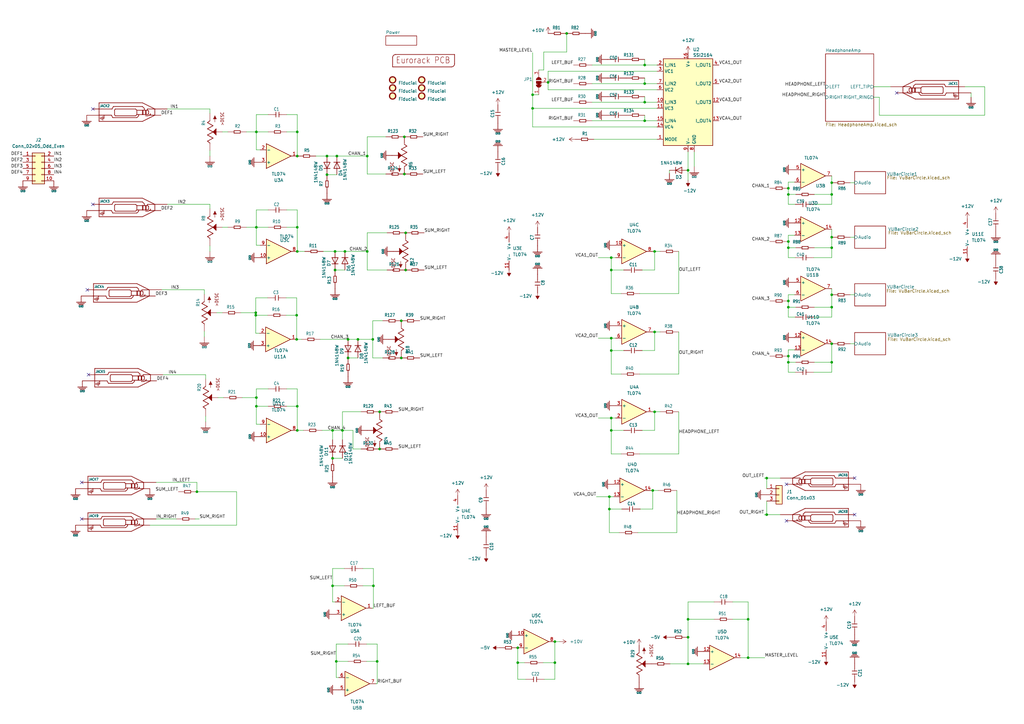
<source format=kicad_sch>
(kicad_sch (version 20211123) (generator eeschema)
  (paper "A3")
  (junction (at 264.414 26.67))
  (junction (at 218.44 44.45))
  (junction (at 227.584 271.78))
  (junction (at 250.698 105.664))
  (junction (at 121.92 54.102))
  (junction (at 140.462 176.53))
  (junction (at 105.156 166.624))
  (junction (at 250.698 138.684))
  (junction (at 165.862 56.134))
  (junction (at 341.122 140.97))
  (junction (at 306.832 254))
  (junction (at 323.342 99.06))
  (junction (at 341.122 97.282))
  (junction (at 250.698 176.53))
  (junction (at 268.478 136.144))
  (junction (at 137.414 103.124))
  (junction (at 341.122 120.904))
  (junction (at 134.112 71.628))
  (junction (at 268.478 168.91))
  (junction (at 152.908 139.192))
  (junction (at 264.414 49.53))
  (junction (at 164.592 146.812))
  (junction (at 134.112 64.008))
  (junction (at 218.44 38.862))
  (junction (at 341.122 101.6))
  (junction (at 323.342 77.216))
  (junction (at 323.342 79.756))
  (junction (at 142.748 146.812))
  (junction (at 282.194 272.288))
  (junction (at 121.666 129.286))
  (junction (at 250.698 110.744))
  (junction (at 212.344 271.78))
  (junction (at 153.162 240.284))
  (junction (at 323.342 101.6))
  (junction (at 282.194 261.366))
  (junction (at 121.92 166.624))
  (junction (at 227.584 263.144))
  (junction (at 212.344 265.684))
  (junction (at 121.92 176.53))
  (junction (at 165.862 71.374))
  (junction (at 264.414 34.29))
  (junction (at 224.79 33.782))
  (junction (at 268.478 103.124))
  (junction (at 136.398 176.53))
  (junction (at 323.342 125.984))
  (junction (at 314.452 196.088))
  (junction (at 121.666 139.192))
  (junction (at 249.936 208.788))
  (junction (at 282.194 254))
  (junction (at 154.686 271.272))
  (junction (at 121.92 103.124))
  (junction (at 137.414 110.744))
  (junction (at 105.156 163.068))
  (junction (at 267.716 201.168))
  (junction (at 341.122 79.756))
  (junction (at 121.92 64.008))
  (junction (at 138.176 64.008))
  (junction (at 105.156 54.102))
  (junction (at 341.122 148.59))
  (junction (at 323.342 123.444))
  (junction (at 150.622 64.008))
  (junction (at 306.832 269.748))
  (junction (at 142.748 139.192))
  (junction (at 146.812 139.192))
  (junction (at 80.772 201.676))
  (junction (at 164.592 131.572))
  (junction (at 341.122 125.984))
  (junction (at 136.398 240.284))
  (junction (at 249.936 203.708))
  (junction (at 341.122 74.93))
  (junction (at 166.37 95.504))
  (junction (at 155.702 184.15))
  (junction (at 232.41 13.716))
  (junction (at 323.342 146.05))
  (junction (at 323.342 148.59))
  (junction (at 105.156 93.218))
  (junction (at 155.702 168.91))
  (junction (at 104.902 129.286))
  (junction (at 121.92 93.218))
  (junction (at 250.698 171.45))
  (junction (at 264.414 41.91))
  (junction (at 282.194 69.85))
  (junction (at 166.37 110.744))
  (junction (at 137.922 271.272))
  (junction (at 250.698 143.764))
  (junction (at 314.452 211.074))
  (junction (at 104.902 128.27))
  (junction (at 136.398 187.96))
  (junction (at 150.622 103.124))
  (junction (at 141.478 103.124))
  (no_connect (at 367.792 38.1))
  (no_connect (at 322.58 213.614))
  (no_connect (at 322.58 198.628))
  (no_connect (at 33.528 197.866))
  (no_connect (at 33.528 212.852))
  (no_connect (at 36.322 153.67))
  (no_connect (at 35.814 118.872))
  (no_connect (at 38.1 83.82))
  (no_connect (at 38.1 44.704))
  (no_connect (at 350.52 196.088))
  (no_connect (at 350.52 211.074))
  (wire (pts (xy 314.452 205.486) (xy 314.452 211.074)))
  (wire (pts (xy 264.414 49.53) (xy 269.494 49.53)))
  (wire (pts (xy 348.742 97.282) (xy 350.52 97.282)))
  (wire (pts (xy 264.414 47.244) (xy 264.414 49.53)))
  (wire (pts (xy 325.882 120.904) (xy 323.342 120.904)))
  (wire (pts (xy 146.812 139.192) (xy 142.748 139.192)))
  (wire (pts (xy 97.028 201.676) (xy 97.028 215.392)))
  (wire (pts (xy 250.698 105.664) (xy 252.476 105.664)))
  (wire (pts (xy 268.478 176.53) (xy 268.478 168.91)))
  (wire (pts (xy 142.748 139.192) (xy 131.318 139.192)))
  (wire (pts (xy 323.342 152.654) (xy 326.136 152.654)))
  (wire (pts (xy 150.622 71.374) (xy 150.622 64.008)))
  (wire (pts (xy 89.408 163.068) (xy 91.694 163.068)))
  (wire (pts (xy 323.342 105.664) (xy 326.136 105.664)))
  (wire (pts (xy 121.92 54.102) (xy 121.92 64.008)))
  (wire (pts (xy 64.008 197.866) (xy 80.772 197.866)))
  (wire (pts (xy 101.092 93.218) (xy 105.156 93.218)))
  (wire (pts (xy 274.574 71.12) (xy 274.574 69.85)))
  (wire (pts (xy 254.762 153.416) (xy 250.698 153.416)))
  (wire (pts (xy 150.368 264.16) (xy 154.686 264.16)))
  (wire (pts (xy 68.58 44.704) (xy 86.106 44.704)))
  (wire (pts (xy 341.122 125.984) (xy 341.122 120.904)))
  (wire (pts (xy 86.106 64.008) (xy 86.106 61.722)))
  (wire (pts (xy 323.342 148.59) (xy 326.39 148.59)))
  (wire (pts (xy 255.778 176.53) (xy 250.698 176.53)))
  (wire (pts (xy 398.272 38.1) (xy 398.272 39.878)))
  (wire (pts (xy 264.414 24.384) (xy 264.414 26.67)))
  (wire (pts (xy 84.328 153.67) (xy 84.328 155.448)))
  (wire (pts (xy 212.344 271.78) (xy 212.344 265.684)))
  (wire (pts (xy 218.44 38.862) (xy 220.98 38.862)))
  (wire (pts (xy 306.832 254) (xy 306.832 269.748)))
  (wire (pts (xy 105.156 61.468) (xy 106.68 61.468)))
  (wire (pts (xy 144.78 184.15) (xy 144.78 176.53)))
  (wire (pts (xy 212.344 278.638) (xy 212.344 271.78)))
  (wire (pts (xy 158.242 56.134) (xy 150.622 56.134)))
  (wire (pts (xy 227.584 263.144) (xy 229.616 263.144)))
  (wire (pts (xy 101.092 54.102) (xy 105.156 54.102)))
  (wire (pts (xy 333.756 152.654) (xy 341.122 152.654)))
  (wire (pts (xy 121.92 93.218) (xy 121.92 103.124)))
  (wire (pts (xy 153.162 249.428) (xy 153.162 240.284)))
  (wire (pts (xy 323.342 99.06) (xy 323.342 101.6)))
  (wire (pts (xy 267.716 201.168) (xy 270.002 201.168)))
  (wire (pts (xy 325.882 74.676) (xy 323.342 74.676)))
  (wire (pts (xy 250.698 138.684) (xy 252.476 138.684)))
  (wire (pts (xy 132.588 103.124) (xy 137.414 103.124)))
  (wire (pts (xy 282.194 69.85) (xy 282.194 73.914)))
  (wire (pts (xy 152.908 139.192) (xy 152.908 131.572)))
  (wire (pts (xy 66.294 118.872) (xy 83.82 118.872)))
  (wire (pts (xy 141.224 233.172) (xy 136.398 233.172)))
  (wire (pts (xy 263.398 110.744) (xy 268.478 110.744)))
  (wire (pts (xy 83.82 138.176) (xy 83.82 135.89)))
  (wire (pts (xy 105.156 93.218) (xy 105.156 100.584)))
  (wire (pts (xy 158.75 110.744) (xy 150.622 110.744)))
  (wire (pts (xy 323.342 74.676) (xy 323.342 77.216)))
  (wire (pts (xy 282.194 246.888) (xy 282.194 254)))
  (wire (pts (xy 334.01 79.756) (xy 341.122 79.756)))
  (wire (pts (xy 117.348 122.174) (xy 121.666 122.174)))
  (wire (pts (xy 137.414 246.888) (xy 136.398 246.888)))
  (wire (pts (xy 264.414 32.004) (xy 264.414 34.29)))
  (wire (pts (xy 215.646 278.638) (xy 212.344 278.638)))
  (wire (pts (xy 334.01 125.984) (xy 341.122 125.984)))
  (wire (pts (xy 136.398 176.53) (xy 132.08 176.53)))
  (wire (pts (xy 403.86 35.56) (xy 403.86 47.244)))
  (wire (pts (xy 121.92 46.99) (xy 121.92 54.102)))
  (wire (pts (xy 104.902 136.652) (xy 106.426 136.652)))
  (wire (pts (xy 150.622 56.134) (xy 150.622 64.008)))
  (wire (pts (xy 140.462 168.91) (xy 140.462 176.53)))
  (wire (pts (xy 242.824 26.67) (xy 264.414 26.67)))
  (wire (pts (xy 358.394 35.56) (xy 365.252 35.56)))
  (wire (pts (xy 282.194 62.23) (xy 282.194 69.85)))
  (wire (pts (xy 134.112 71.628) (xy 138.176 71.628)))
  (wire (pts (xy 136.398 233.172) (xy 136.398 240.284)))
  (wire (pts (xy 255.016 208.788) (xy 249.936 208.788)))
  (wire (pts (xy 218.44 38.862) (xy 218.44 44.45)))
  (wire (pts (xy 86.106 103.124) (xy 86.106 100.838)))
  (wire (pts (xy 323.342 143.51) (xy 323.342 146.05)))
  (wire (pts (xy 254 218.44) (xy 249.936 218.44)))
  (wire (pts (xy 250.698 110.744) (xy 250.698 105.664)))
  (wire (pts (xy 267.716 103.124) (xy 268.478 103.124)))
  (wire (pts (xy 220.98 28.702) (xy 223.012 28.702)))
  (wire (pts (xy 245.364 105.664) (xy 250.698 105.664)))
  (wire (pts (xy 129.54 64.008) (xy 134.112 64.008)))
  (wire (pts (xy 341.122 152.654) (xy 341.122 148.59)))
  (wire (pts (xy 264.414 26.67) (xy 269.494 26.67)))
  (wire (pts (xy 323.342 130.048) (xy 326.136 130.048)))
  (wire (pts (xy 148.082 184.15) (xy 144.78 184.15)))
  (wire (pts (xy 325.882 143.51) (xy 323.342 143.51)))
  (wire (pts (xy 255.778 143.764) (xy 250.698 143.764)))
  (wire (pts (xy 99.314 163.068) (xy 105.156 163.068)))
  (wire (pts (xy 263.398 176.53) (xy 268.478 176.53)))
  (wire (pts (xy 250.698 143.764) (xy 250.698 138.684)))
  (wire (pts (xy 261.62 218.44) (xy 277.622 218.44)))
  (wire (pts (xy 105.156 86.106) (xy 105.156 93.218)))
  (wire (pts (xy 105.156 54.102) (xy 105.156 61.468)))
  (wire (pts (xy 323.342 77.216) (xy 323.342 79.756)))
  (wire (pts (xy 224.79 33.782) (xy 224.79 29.21)))
  (wire (pts (xy 255.778 110.744) (xy 250.698 110.744)))
  (wire (pts (xy 84.328 172.974) (xy 84.328 170.688)))
  (wire (pts (xy 249.936 218.44) (xy 249.936 208.788)))
  (wire (pts (xy 121.92 176.53) (xy 124.46 176.53)))
  (wire (pts (xy 268.478 136.144) (xy 270.764 136.144)))
  (wire (pts (xy 242.824 34.29) (xy 264.414 34.29)))
  (wire (pts (xy 109.728 122.174) (xy 104.902 122.174)))
  (wire (pts (xy 249.936 203.708) (xy 251.714 203.708)))
  (wire (pts (xy 323.342 125.984) (xy 323.342 130.048)))
  (wire (pts (xy 218.44 21.59) (xy 218.44 38.862)))
  (wire (pts (xy 341.122 148.59) (xy 341.122 140.97)))
  (wire (pts (xy 245.364 138.684) (xy 250.698 138.684)))
  (wire (pts (xy 242.824 41.91) (xy 264.414 41.91)))
  (wire (pts (xy 262.382 186.182) (xy 278.384 186.182)))
  (wire (pts (xy 150.622 95.504) (xy 150.622 103.124)))
  (wire (pts (xy 91.186 54.102) (xy 93.472 54.102)))
  (wire (pts (xy 341.122 120.904) (xy 341.122 118.364)))
  (wire (pts (xy 262.382 153.416) (xy 278.384 153.416)))
  (wire (pts (xy 117.602 46.99) (xy 121.92 46.99)))
  (wire (pts (xy 314.452 196.088) (xy 314.452 200.406)))
  (wire (pts (xy 83.82 118.872) (xy 83.82 120.65)))
  (wire (pts (xy 323.342 120.904) (xy 323.342 123.444)))
  (wire (pts (xy 278.384 153.416) (xy 278.384 136.144)))
  (wire (pts (xy 403.86 47.244) (xy 360.68 47.244)))
  (wire (pts (xy 323.342 123.444) (xy 323.342 125.984)))
  (wire (pts (xy 348.742 140.97) (xy 350.52 140.97)))
  (wire (pts (xy 137.414 110.744) (xy 141.478 110.744)))
  (wire (pts (xy 137.414 103.124) (xy 141.478 103.124)))
  (wire (pts (xy 152.908 146.812) (xy 152.908 139.192)))
  (wire (pts (xy 333.756 130.048) (xy 341.122 130.048)))
  (wire (pts (xy 68.58 83.82) (xy 86.106 83.82)))
  (wire (pts (xy 314.452 196.088) (xy 313.436 196.088)))
  (wire (pts (xy 136.398 180.34) (xy 136.398 176.53)))
  (wire (pts (xy 341.122 74.93) (xy 341.122 72.136)))
  (wire (pts (xy 314.452 211.074) (xy 320.04 211.074)))
  (wire (pts (xy 348.742 120.904) (xy 350.52 120.904)))
  (wire (pts (xy 244.602 203.708) (xy 249.936 203.708)))
  (wire (pts (xy 136.398 176.53) (xy 140.462 176.53)))
  (wire (pts (xy 117.348 129.286) (xy 121.666 129.286)))
  (wire (pts (xy 341.122 101.6) (xy 341.122 97.282)))
  (wire (pts (xy 146.812 139.192) (xy 152.908 139.192)))
  (wire (pts (xy 152.654 249.428) (xy 153.162 249.428)))
  (wire (pts (xy 136.398 187.96) (xy 140.462 187.96)))
  (wire (pts (xy 150.622 110.744) (xy 150.622 103.124)))
  (wire (pts (xy 121.92 103.124) (xy 124.968 103.124)))
  (wire (pts (xy 153.162 233.172) (xy 153.162 240.284)))
  (wire (pts (xy 341.122 130.048) (xy 341.122 125.984)))
  (wire (pts (xy 80.01 212.852) (xy 81.788 212.852)))
  (wire (pts (xy 88.9 128.27) (xy 91.186 128.27)))
  (wire (pts (xy 105.156 54.102) (xy 109.982 54.102)))
  (wire (pts (xy 105.156 159.512) (xy 105.156 163.068)))
  (wire (pts (xy 104.902 128.27) (xy 104.902 129.286)))
  (wire (pts (xy 264.414 34.29) (xy 269.494 34.29)))
  (wire (pts (xy 158.75 95.504) (xy 150.622 95.504)))
  (wire (pts (xy 137.922 277.876) (xy 137.922 271.272)))
  (wire (pts (xy 341.122 105.664) (xy 341.122 101.6)))
  (wire (pts (xy 105.156 93.218) (xy 109.982 93.218)))
  (wire (pts (xy 277.622 218.44) (xy 277.622 201.168)))
  (wire (pts (xy 121.666 139.192) (xy 123.698 139.192)))
  (wire (pts (xy 325.882 96.52) (xy 323.342 96.52)))
  (wire (pts (xy 144.78 176.53) (xy 140.462 176.53)))
  (wire (pts (xy 306.832 246.888) (xy 300.482 246.888)))
  (wire (pts (xy 333.756 105.664) (xy 341.122 105.664)))
  (wire (pts (xy 341.122 97.282) (xy 341.122 93.98)))
  (wire (pts (xy 250.698 120.396) (xy 250.698 110.744)))
  (wire (pts (xy 242.824 49.53) (xy 264.414 49.53)))
  (wire (pts (xy 121.92 86.106) (xy 121.92 93.218)))
  (wire (pts (xy 249.936 208.788) (xy 249.936 203.708)))
  (wire (pts (xy 105.156 46.99) (xy 105.156 54.102)))
  (wire (pts (xy 140.462 180.34) (xy 140.462 176.53)))
  (wire (pts (xy 121.666 122.174) (xy 121.666 129.286)))
  (wire (pts (xy 341.122 79.756) (xy 341.122 74.93)))
  (wire (pts (xy 303.784 269.748) (xy 306.832 269.748)))
  (wire (pts (xy 97.028 201.676) (xy 80.772 201.676)))
  (wire (pts (xy 268.478 103.124) (xy 270.764 103.124)))
  (wire (pts (xy 105.156 163.068) (xy 105.156 166.624)))
  (wire (pts (xy 227.584 263.144) (xy 227.584 271.78)))
  (wire (pts (xy 138.938 277.876) (xy 137.922 277.876)))
  (wire (pts (xy 154.178 280.416) (xy 154.686 280.416)))
  (wire (pts (xy 274.828 272.288) (xy 282.194 272.288)))
  (wire (pts (xy 267.716 208.788) (xy 267.716 201.168)))
  (wire (pts (xy 148.082 168.91) (xy 140.462 168.91)))
  (wire (pts (xy 267.716 168.91) (xy 268.478 168.91)))
  (wire (pts (xy 284.734 68.326) (xy 284.734 62.23)))
  (wire (pts (xy 313.436 211.074) (xy 314.452 211.074)))
  (wire (pts (xy 224.79 36.83) (xy 224.79 33.782)))
  (wire (pts (xy 245.364 171.45) (xy 250.698 171.45)))
  (wire (pts (xy 268.478 110.744) (xy 268.478 103.124)))
  (wire (pts (xy 278.384 120.396) (xy 278.384 103.124)))
  (wire (pts (xy 152.908 131.572) (xy 156.972 131.572)))
  (wire (pts (xy 250.698 186.182) (xy 250.698 176.53)))
  (wire (pts (xy 218.44 44.45) (xy 269.494 44.45)))
  (wire (pts (xy 262.382 120.396) (xy 278.384 120.396)))
  (wire (pts (xy 121.666 129.286) (xy 121.666 139.192)))
  (wire (pts (xy 86.106 44.704) (xy 86.106 46.482)))
  (wire (pts (xy 254.762 186.182) (xy 250.698 186.182)))
  (wire (pts (xy 262.636 208.788) (xy 267.716 208.788)))
  (wire (pts (xy 137.922 271.272) (xy 142.748 271.272)))
  (wire (pts (xy 323.342 83.82) (xy 326.136 83.82)))
  (wire (pts (xy 341.122 83.82) (xy 341.122 79.756)))
  (wire (pts (xy 142.748 264.16) (xy 137.922 264.16)))
  (wire (pts (xy 269.494 57.15) (xy 243.586 57.15)))
  (wire (pts (xy 138.176 64.008) (xy 150.622 64.008)))
  (wire (pts (xy 288.544 272.288) (xy 282.194 272.288)))
  (wire (pts (xy 306.832 254) (xy 300.482 254)))
  (wire (pts (xy 136.398 240.284) (xy 141.224 240.284)))
  (wire (pts (xy 223.012 21.336) (xy 232.41 21.336)))
  (wire (pts (xy 141.478 103.124) (xy 150.622 103.124)))
  (wire (pts (xy 105.156 100.584) (xy 106.68 100.584)))
  (wire (pts (xy 227.584 271.78) (xy 222.758 271.78)))
  (wire (pts (xy 268.478 143.764) (xy 268.478 136.144)))
  (wire (pts (xy 250.698 171.45) (xy 252.476 171.45)))
  (wire (pts (xy 158.242 71.374) (xy 150.622 71.374)))
  (wire (pts (xy 104.902 129.286) (xy 109.728 129.286)))
  (wire (pts (xy 104.902 129.286) (xy 104.902 136.652)))
  (wire (pts (xy 323.342 101.6) (xy 326.39 101.6)))
  (wire (pts (xy 306.832 246.888) (xy 306.832 254)))
  (wire (pts (xy 254.762 120.396) (xy 250.698 120.396)))
  (wire (pts (xy 323.342 101.6) (xy 323.342 105.664)))
  (wire (pts (xy 323.342 125.984) (xy 326.39 125.984)))
  (wire (pts (xy 117.602 159.512) (xy 121.92 159.512)))
  (wire (pts (xy 232.41 13.716) (xy 232.41 21.336)))
  (wire (pts (xy 278.384 186.182) (xy 278.384 168.91)))
  (wire (pts (xy 64.008 212.852) (xy 72.39 212.852)))
  (wire (pts (xy 360.68 47.244) (xy 360.68 39.878)))
  (wire (pts (xy 269.494 52.07) (xy 218.44 52.07)))
  (wire (pts (xy 224.79 36.83) (xy 269.494 36.83)))
  (wire (pts (xy 306.832 269.748) (xy 313.69 269.748)))
  (wire (pts (xy 323.342 79.756) (xy 323.342 83.82)))
  (wire (pts (xy 292.862 246.888) (xy 282.194 246.888)))
  (wire (pts (xy 320.04 196.088) (xy 314.452 196.088)))
  (wire (pts (xy 117.602 86.106) (xy 121.92 86.106)))
  (wire (pts (xy 98.806 128.27) (xy 104.902 128.27)))
  (wire (pts (xy 250.698 153.416) (xy 250.698 143.764)))
  (wire (pts (xy 323.342 96.52) (xy 323.342 99.06)))
  (wire (pts (xy 333.756 83.82) (xy 341.122 83.82)))
  (wire (pts (xy 109.982 46.99) (xy 105.156 46.99)))
  (wire (pts (xy 348.742 74.93) (xy 350.52 74.93)))
  (wire (pts (xy 134.112 64.008) (xy 138.176 64.008)))
  (wire (pts (xy 292.862 254) (xy 282.194 254)))
  (wire (pts (xy 334.01 101.6) (xy 341.122 101.6)))
  (wire (pts (xy 148.844 240.284) (xy 153.162 240.284)))
  (wire (pts (xy 264.414 41.91) (xy 269.494 41.91)))
  (wire (pts (xy 142.748 146.812) (xy 146.812 146.812)))
  (wire (pts (xy 136.398 246.888) (xy 136.398 240.284)))
  (wire (pts (xy 266.954 201.168) (xy 267.716 201.168)))
  (wire (pts (xy 86.106 83.82) (xy 86.106 85.598)))
  (wire (pts (xy 334.01 148.59) (xy 341.122 148.59)))
  (wire (pts (xy 263.398 143.764) (xy 268.478 143.764)))
  (wire (pts (xy 117.602 166.624) (xy 121.92 166.624)))
  (wire (pts (xy 80.772 197.866) (xy 80.772 201.676)))
  (wire (pts (xy 105.156 166.624) (xy 105.156 173.99)))
  (wire (pts (xy 150.368 271.272) (xy 154.686 271.272)))
  (wire (pts (xy 105.156 173.99) (xy 106.68 173.99)))
  (wire (pts (xy 282.194 261.366) (xy 282.194 272.288)))
  (wire (pts (xy 282.194 254) (xy 282.194 261.366)))
  (wire (pts (xy 121.92 159.512) (xy 121.92 166.624)))
  (wire (pts (xy 105.156 166.624) (xy 109.982 166.624)))
  (wire (pts (xy 395.732 35.56) (xy 403.86 35.56)))
  (wire (pts (xy 148.844 233.172) (xy 153.162 233.172)))
  (wire (pts (xy 109.982 86.106) (xy 105.156 86.106)))
  (wire (pts (xy 323.342 79.756) (xy 326.39 79.756)))
  (wire (pts (xy 154.686 280.416) (xy 154.686 271.272)))
  (wire (pts (xy 224.79 29.21) (xy 269.494 29.21)))
  (wire (pts (xy 218.44 52.07) (xy 218.44 44.45)))
  (wire (pts (xy 250.698 176.53) (xy 250.698 171.45)))
  (wire (pts (xy 323.342 146.05) (xy 323.342 148.59)))
  (wire (pts (xy 323.342 148.59) (xy 323.342 152.654)))
  (wire (pts (xy 91.186 93.218) (xy 93.472 93.218)))
  (wire (pts (xy 154.686 264.16) (xy 154.686 271.272)))
  (wire (pts (xy 109.982 159.512) (xy 105.156 159.512)))
  (wire (pts (xy 156.972 146.812) (xy 152.908 146.812)))
  (wire (pts (xy 227.584 278.638) (xy 227.584 271.78)))
  (wire (pts (xy 223.012 28.702) (xy 223.012 21.336)))
  (wire (pts (xy 137.922 264.16) (xy 137.922 271.272)))
  (wire (pts (xy 215.138 271.78) (xy 212.344 271.78)))
  (wire (pts (xy 66.802 153.67) (xy 84.328 153.67)))
  (wire (pts (xy 223.266 278.638) (xy 227.584 278.638)))
  (wire (pts (xy 121.92 166.624) (xy 121.92 176.53)))
  (wire (pts (xy 268.478 168.91) (xy 270.764 168.91)))
  (wire (pts (xy 267.716 136.144) (xy 268.478 136.144)))
  (wire (pts (xy 104.902 122.174) (xy 104.902 128.27)))
  (wire (pts (xy 97.028 215.392) (xy 61.468 215.392)))
  (wire (pts (xy 117.602 54.102) (xy 121.92 54.102)))
  (wire (pts (xy 117.602 93.218) (xy 121.92 93.218)))
  (wire (pts (xy 264.414 39.624) (xy 264.414 41.91)))
  (wire (pts (xy 360.68 39.878) (xy 358.394 39.878)))
  (label "OUT_RIGHT" (at 278.384 145.542 0))
  (label "MASTER_LEVEL" (at 218.44 21.59 180))
  (label "CHAN_3" (at 135.636 139.192 0))
  (label "CHAN_3" (at 315.722 123.444 180))
  (label "OUT_LEFT" (at 313.436 196.088 180))
  (label "VCA2_OUT" (at 294.894 34.29 0))
  (label "HEADPHONE_RIGHT" (at 277.622 211.328 0))
  (label "SUM_RIGHT" (at 173.482 56.134 0))
  (label "IN3" (at 22.098 69.088 0))
  (label "DEF1" (at 66.04 47.244 0))
  (label "HEADPHONE_RIGHT" (at 338.582 39.878 180))
  (label "SUM_LEFT" (at 73.152 201.676 180))
  (label "DEF2" (at 9.398 66.548 180))
  (label "VCA1_OUT" (at 294.894 26.67 0))
  (label "CHAN_1" (at 142.748 64.008 0))
  (label "IN2" (at 22.098 66.548 0))
  (label "IN_RIGHT" (at 64.008 212.852 0))
  (label "LEFT_BUF" (at 235.204 41.91 180))
  (label "LEFT_BUF" (at 235.204 26.67 180))
  (label "DEF3" (at 9.398 69.088 180))
  (label "RIGHT_BUF" (at 154.686 280.416 0))
  (label "HEADPHONE_LEFT" (at 338.582 35.56 180))
  (label "SUM_RIGHT" (at 163.322 168.91 0))
  (label "VCA3_OUT" (at 294.894 41.91 0))
  (label "OUT_RIGHT" (at 313.436 211.074 180))
  (label "CHAN_2" (at 143.256 103.124 0))
  (label "SUM_RIGHT" (at 173.99 95.504 0))
  (label "VCA4_OUT" (at 244.602 203.708 180))
  (label "VCA4_OUT" (at 294.894 49.53 0))
  (label "CHAN_2" (at 315.722 99.06 180))
  (label "HEADPHONE_LEFT" (at 278.384 178.054 0))
  (label "SUM_LEFT" (at 136.398 237.998 180))
  (label "SUM_LEFT" (at 163.322 184.15 0))
  (label "IN4" (at 22.098 71.628 0))
  (label "IN2" (at 72.898 83.82 0))
  (label "SUM_RIGHT" (at 137.922 268.986 180))
  (label "SUM_LEFT" (at 173.482 71.374 0))
  (label "MASTER_LEVEL" (at 313.69 269.748 0))
  (label "SUM_LEFT" (at 173.99 110.744 0))
  (label "VCA3_OUT" (at 245.364 171.45 180))
  (label "IN4" (at 69.088 153.67 0))
  (label "IN3" (at 70.104 118.872 0))
  (label "SUM_LEFT" (at 172.212 146.812 0))
  (label "IN1" (at 22.098 64.008 0))
  (label "IN_LEFT" (at 70.612 197.866 0))
  (label "RIGHT_BUF" (at 235.204 49.53 180))
  (label "DEF1" (at 9.398 64.008 180))
  (label "CHAN_4" (at 134.366 176.53 0))
  (label "DEF4" (at 9.398 71.628 180))
  (label "DEF2" (at 66.04 86.36 0))
  (label "DEF3" (at 63.754 121.412 0))
  (label "VCA1_OUT" (at 245.364 105.664 180))
  (label "IN1" (at 69.85 44.704 0))
  (label "OUT_LEFT" (at 278.384 111.506 0))
  (label "CHAN_1" (at 315.722 77.216 180))
  (label "CHAN_4" (at 315.722 146.05 180))
  (label "LEFT_BUF" (at 153.162 249.428 0))
  (label "RIGHT_BUF" (at 235.204 34.29 180))
  (label "VCA2_OUT" (at 245.364 138.684 180))
  (label "SUM_RIGHT" (at 81.788 212.852 0))
  (label "DEF4" (at 64.262 156.21 0))
  (label "SUM_RIGHT" (at 172.212 131.572 0))
  (symbol (lib_id "TINRS - Wobbler (pico)sch-eagle-import:R-0603") (at 162.56 95.504 180) (unit 1)
    (property "Reference" "R125" (at 163.83 92.456 0) (effects (font (size 1.27 1.0795)) (justify left bottom)))
    (property "Value" "1k" (at 164.084 96.774 0) (effects (font (size 1.27 1.0795)) (justify left bottom)))
    (property "Footprint" "Resistor_SMD:R_0603_1608Metric" (effects hide))
    (property "Value" "1k" (effects hide))
  )
  (symbol (lib_id "TINRS - Wobbler (pico)sch-eagle-import:R-0603") (at 319.532 77.216 180) (unit 1)
    (property "Reference" "R84" (at 320.802 74.168 0) (effects (font (size 1.27 1.0795)) (justify left bottom)))
    (property "Value" "43k" (at 321.056 78.486 0) (effects (font (size 1.27 1.0795)) (justify left bottom)))
    (property "Footprint" "Resistor_SMD:R_0603_1608Metric" (effects hide))
    (property "Value" "43k" (effects hide))
  )
  (symbol (lib_id "TINRS - Wobbler (pico)sch-eagle-import:AUDIO-JACK_SMALLSYMBOL") (at 46.228 197.866 270) (unit 1)
    (property "Reference" "JACK7" (at 36.322 196.596 90) (effects (font (size 1.016 0.8636)) (justify left)))
    (property "Value" "AUDIO-JACK_SMALLSYMBOL" (effects hide))
    (property "Footprint" "3.5MM-JACK-SWITCH-13MM-NOHOLES-TESTPAD" (effects hide))
    (property "Value" "AUDIO-JACK_SMALLSYMBOL" (effects hide))
  )
  (symbol (lib_id "TINRS - Wobbler (pico)sch-eagle-import:GND") (at 249.936 133.604 270) (unit 1)
    (property "Reference" "#GND0129" (effects hide))
    (property "Value" "GND" (at 248.666 133.604 0) (effects (font (size 0.762 0.6477)) (justify top)))
  )
  (symbol (lib_id "power:-12V") (at 208.788 110.744 180) (unit 1)
    (property "Reference" "#PWR0112" (effects hide))
    (property "Value" "-12V" (at 206.502 112.0141 0) (effects (justify left)))
  )
  (symbol (lib_id "TINRS - Wobbler (pico)sch-eagle-import:GND") (at 84.328 175.514 0) (mirror y) (unit 1)
    (property "Reference" "#GND0114" (effects hide))
    (property "Value" "GND" (at 84.328 176.784 0) (effects (font (size 0.762 0.6477)) (justify top)))
  )
  (symbol (lib_id "TINRS - Wobbler (pico)sch-eagle-import:GND") (at 30.988 217.932 0) (unit 1)
    (property "Reference" "#GND0136" (effects hide))
    (property "Value" "GND" (at 30.988 219.202 0) (effects (font (size 0.762 0.6477)) (justify top)))
  )
  (symbol (lib_id "TINRS - Wobbler (pico)sch-eagle-import:GND") (at 204.216 59.69 180) (unit 1)
    (property "Reference" "#GND0143" (effects hide))
    (property "Value" "GND" (at 204.216 58.42 0) (effects (font (size 0.762 0.6477)) (justify top)))
  )
  (symbol (lib_id "TINRS - Wobbler (pico)sch-eagle-import:R-0603") (at 151.892 168.91 180) (unit 1)
    (property "Reference" "R129" (at 153.162 165.862 0) (effects (font (size 1.27 1.0795)) (justify left bottom)))
    (property "Value" "1k" (at 153.416 170.18 0) (effects (font (size 1.27 1.0795)) (justify left bottom)))
    (property "Footprint" "Resistor_SMD:R_0603_1608Metric" (effects hide))
    (property "Value" "1k" (effects hide))
  )
  (symbol (lib_id "TINRS - Wobbler (pico)sch-eagle-import:GND") (at 103.886 141.732 270) (mirror x) (unit 1)
    (property "Reference" "#GND0125" (effects hide))
    (property "Value" "GND" (at 102.616 141.732 0) (effects (font (size 0.762 0.6477)) (justify top)))
  )
  (symbol (lib_id "power:+12V") (at 396.748 89.662 0) (unit 1)
    (property "Reference" "#PWR0139" (effects hide))
    (property "Value" "+12V" (at 396.748 84.582 0))
  )
  (symbol (lib_id "TINRS - Wobbler (pico)sch-eagle-import:C-0603") (at 219.456 278.638 0) (unit 1)
    (property "Reference" "C22" (at 217.932 277.114 0) (effects (font (size 1.27 1.0795)) (justify left bottom)))
    (property "Value" "33p" (at 216.916 282.448 0) (effects (font (size 1.27 1.0795)) (justify left bottom)))
    (property "Footprint" "Capacitor_SMD:C_0402_1005Metric" (effects hide))
    (property "Value" "33p" (effects hide))
  )
  (symbol (lib_id "Amplifier_Operational:TL074") (at 333.502 72.136 0) (unit 2)
    (property "Reference" "U3" (at 336.55 76.2 0))
    (property "Value" "TL074" (at 332.74 64.77 0))
    (property "Footprint" "Package_SO:TSSOP-14_4.4x5mm_P0.65mm" (effects hide))
    (property "Datasheet" "http://www.ti.com/lit/ds/symlink/tl071.pdf" (effects hide))
  )
  (symbol (lib_id "TINRS - Wobbler (pico)sch-eagle-import:POTSQUAREHOLE_SMALLKNOB") (at 165.862 63.754 0) (mirror y) (unit 1)
    (property "Reference" "R6" (at 169.164 66.294 90) (effects (font (size 1.27 1.0795)) (justify right top)))
    (property "Value" "100kB" (at 167.259 63.754 90) (effects (font (size 1.27 1.0795)) (justify bottom)))
    (property "Footprint" "ALPS_POT_SQUAREHOLES" (effects hide))
    (property "Value" "100kB" (effects hide))
  )
  (symbol (lib_id "TINRS - Wobbler (pico)sch-eagle-import:AUDIO-JACK_SMALLSYMBOL") (at 49.022 153.67 270) (unit 1)
    (property "Reference" "JACK5" (at 39.116 152.4 90) (effects (font (size 1.016 0.8636)) (justify left)))
    (property "Value" "AUDIO-JACK_SMALLSYMBOL" (effects hide))
    (property "Footprint" "3.5MM-JACK-SWITCH-13MM-NOHOLES-TESTPAD" (effects hide))
    (property "Value" "AUDIO-JACK_SMALLSYMBOL" (effects hide))
  )
  (symbol (lib_id "TINRS - Wobbler (pico)sch-eagle-import:R-0603") (at 330.2 125.984 180) (unit 1)
    (property "Reference" "R91" (at 328.422 122.936 0) (effects (font (size 1.27 1.0795)) (justify left bottom)))
    (property "Value" "100k" (at 335.534 123.19 0) (effects (font (size 1.27 1.0795)) (justify left bottom)))
    (property "Footprint" "Resistor_SMD:R_0402_1005Metric" (effects hide))
    (property "Value" "100k" (effects hide))
  )
  (symbol (lib_id "TINRS - Wobbler (pico)sch-eagle-import:GND") (at 323.342 138.43 270) (unit 1)
    (property "Reference" "#GND0166" (effects hide))
    (property "Value" "GND" (at 322.072 138.43 0) (effects (font (size 0.762 0.6477)) (justify top)))
  )
  (symbol (lib_id "TINRS - Wobbler (pico)sch-eagle-import:R-0603") (at 76.2 212.852 180) (unit 1)
    (property "Reference" "R49" (at 77.47 209.804 0) (effects (font (size 1.27 1.0795)) (justify left bottom)))
    (property "Value" "30k" (at 77.724 214.122 0) (effects (font (size 1.27 1.0795)) (justify left bottom)))
    (property "Footprint" "Resistor_SMD:R_0402_1005Metric" (effects hide))
    (property "Value" "30k" (effects hide))
  )
  (symbol (lib_id "TINRS - Wobbler (pico)sch-eagle-import:R-0603") (at 162.052 56.134 180) (unit 1)
    (property "Reference" "R123" (at 163.322 53.086 0) (effects (font (size 1.27 1.0795)) (justify left bottom)))
    (property "Value" "1k" (at 163.576 57.404 0) (effects (font (size 1.27 1.0795)) (justify left bottom)))
    (property "Footprint" "Resistor_SMD:R_0603_1608Metric" (effects hide))
    (property "Value" "1k" (effects hide))
  )
  (symbol (lib_id "TINRS - Wobbler (pico)sch-eagle-import:GND") (at 323.342 115.824 270) (unit 1)
    (property "Reference" "#GND0165" (effects hide))
    (property "Value" "GND" (at 322.072 115.824 0) (effects (font (size 0.762 0.6477)) (justify top)))
  )
  (symbol (lib_id "TINRS - Wobbler (pico)sch-eagle-import:AUDIO-JACK_SMALLSYMBOL") (at 46.228 212.852 270) (unit 1)
    (property "Reference" "JACK9" (at 36.322 211.582 90) (effects (font (size 1.016 0.8636)) (justify left)))
    (property "Value" "AUDIO-JACK_SMALLSYMBOL" (effects hide))
    (property "Footprint" "3.5MM-JACK-SWITCH-13MM-NOHOLES-TESTPAD" (effects hide))
    (property "Value" "AUDIO-JACK_SMALLSYMBOL" (effects hide))
  )
  (symbol (lib_id "power:+12V") (at 199.39 200.914 0) (unit 1)
    (property "Reference" "#PWR0107" (effects hide))
    (property "Value" "+12V" (at 199.39 195.834 0))
  )
  (symbol (lib_id "TINRS - Wobbler (pico)sch-eagle-import:R-0603") (at 169.672 56.134 180) (unit 1)
    (property "Reference" "R32" (at 170.942 53.086 0) (effects (font (size 1.27 1.0795)) (justify left bottom)))
    (property "Value" "30k" (at 171.196 57.404 0) (effects (font (size 1.27 1.0795)) (justify left bottom)))
    (property "Footprint" "Resistor_SMD:R_0402_1005Metric" (effects hide))
    (property "Value" "30k" (effects hide))
  )
  (symbol (lib_id "Amplifier_Operational:TL074") (at 260.096 136.144 0) (unit 2)
    (property "Reference" "U4" (at 260.096 125.984 0))
    (property "Value" "TL074" (at 260.096 128.524 0))
    (property "Footprint" "Package_SO:TSSOP-14_4.4x5mm_P0.65mm" (effects hide))
    (property "Datasheet" "http://www.ti.com/lit/ds/symlink/tl071.pdf" (effects hide))
  )
  (symbol (lib_id "TINRS - Wobbler (pico)sch-eagle-import:R-0603") (at 330.2 79.756 180) (unit 1)
    (property "Reference" "R85" (at 328.422 76.708 0) (effects (font (size 1.27 1.0795)) (justify left bottom)))
    (property "Value" "100k" (at 335.534 76.962 0) (effects (font (size 1.27 1.0795)) (justify left bottom)))
    (property "Footprint" "Resistor_SMD:R_0402_1005Metric" (effects hide))
    (property "Value" "100k" (effects hide))
  )
  (symbol (lib_id "TINRS - Wobbler (pico)sch-eagle-import:C-0603") (at 113.792 86.106 0) (unit 1)
    (property "Reference" "C2" (at 112.268 84.582 0) (effects (font (size 1.27 1.0795)) (justify left bottom)))
    (property "Value" "33p" (at 111.252 89.916 0) (effects (font (size 1.27 1.0795)) (justify left bottom)))
    (property "Footprint" "Capacitor_SMD:C_0402_1005Metric" (effects hide))
    (property "Value" "33p" (effects hide))
  )
  (symbol (lib_id "TINRS - Wobbler (pico)sch-eagle-import:R-0603") (at 296.672 254 180) (unit 1)
    (property "Reference" "R51" (at 297.942 250.952 0) (effects (font (size 1.27 1.0795)) (justify left bottom)))
    (property "Value" "110k" (at 298.196 255.27 0) (effects (font (size 1.27 1.0795)) (justify left bottom)))
    (property "Footprint" "Resistor_SMD:R_0603_1608Metric" (effects hide))
    (property "Value" "110k" (effects hide))
  )
  (symbol (lib_id "TINRS - Wobbler (pico)sch-eagle-import:C-0603") (at 145.034 233.172 0) (unit 1)
    (property "Reference" "C17" (at 143.51 231.648 0) (effects (font (size 1.27 1.0795)) (justify left bottom)))
    (property "Value" "33p" (at 142.494 236.982 0) (effects (font (size 1.27 1.0795)) (justify left bottom)))
    (property "Footprint" "Capacitor_SMD:C_0402_1005Metric" (effects hide))
    (property "Value" "33p" (effects hide))
  )
  (symbol (lib_id "Amplifier_Operational:TL074") (at 219.964 263.144 0) (unit 3)
    (property "Reference" "U5" (at 219.964 252.476 0))
    (property "Value" "TL074" (at 219.964 255.016 0))
    (property "Footprint" "Package_SO:TSSOP-14_4.4x5mm_P0.65mm" (effects hide))
    (property "Datasheet" "http://www.ti.com/lit/ds/symlink/tl071.pdf" (effects hide))
  )
  (symbol (lib_id "TINRS - Wobbler (pico)sch-eagle-import:C-0603") (at 199.39 224.028 270) (unit 1)
    (property "Reference" "C10" (at 200.914 222.504 0) (effects (font (size 1.27 1.0795)) (justify left bottom)))
    (property "Value" "100n" (at 195.58 221.488 0) (effects (font (size 1.27 1.0795)) (justify left bottom)))
    (property "Footprint" "Capacitor_SMD:C_0402_1005Metric" (effects hide))
    (property "Value" "100n" (effects hide))
  )
  (symbol (lib_id "TINRS - Wobbler (pico)sch-eagle-import:R-0603") (at 260.604 39.624 180) (unit 1)
    (property "Reference" "R133" (at 260.096 37.084 0) (effects (font (size 1.27 1.0795)) (justify left bottom)))
    (property "Value" "500" (at 263.398 37.084 0) (effects (font (size 1.27 1.0795)) (justify left bottom)))
    (property "Footprint" "Resistor_SMD:R_0402_1005Metric" (effects hide))
    (property "Value" "500" (effects hide))
  )
  (symbol (lib_id "TINRS - Wobbler (pico)sch-eagle-import:GND") (at 249.174 198.628 270) (unit 1)
    (property "Reference" "#GND0131" (effects hide))
    (property "Value" "GND" (at 247.904 198.628 0) (effects (font (size 0.762 0.6477)) (justify top)))
  )
  (symbol (lib_id "Mechanical:Fiducial") (at 161.036 32.766 0) (unit 1)
    (property "Reference" "FID1" (effects hide))
    (property "Value" "Fiducial" (at 163.322 34.0359 0) (effects (justify left)))
    (property "Footprint" "Fiducial:Fiducial_1mm_Mask2mm" (effects hide))
  )
  (symbol (lib_id "TINRS - Wobbler (pico)sch-eagle-import:R-0603") (at 258.572 186.182 180) (unit 1)
    (property "Reference" "R44" (at 259.842 183.134 0) (effects (font (size 1.27 1.0795)) (justify left bottom)))
    (property "Value" "150k" (at 260.096 187.452 0) (effects (font (size 1.27 1.0795)) (justify left bottom)))
    (property "Footprint" "Resistor_SMD:R_0603_1608Metric" (effects hide))
    (property "Value" "150k" (effects hide))
  )
  (symbol (lib_id "TINRS - Wobbler (pico)sch-eagle-import:GND") (at 220.472 109.982 180) (unit 1)
    (property "Reference" "#GND0116" (effects hide))
    (property "Value" "GND" (at 220.472 108.712 0) (effects (font (size 0.762 0.6477)) (justify top)))
  )
  (symbol (lib_id "TINRS - Wobbler (pico)sch-eagle-import:POTSQUAREHOLE_SMALLKNOB") (at 262.128 272.288 0) (mirror x) (unit 1)
    (property "Reference" "R29" (at 258.826 269.748 90) (effects (font (size 1.27 1.0795)) (justify right top)))
    (property "Value" "100kB" (at 260.731 272.288 90) (effects (font (size 1.27 1.0795)) (justify bottom)))
    (property "Footprint" "ALPS_POT_SQUAREHOLES" (effects hide))
    (property "Value" "100kB" (effects hide))
  )
  (symbol (lib_id "power:-12V") (at 199.39 227.838 180) (unit 1)
    (property "Reference" "#PWR0108" (effects hide))
    (property "Value" "-12V" (at 197.104 229.1081 0) (effects (justify left)))
  )
  (symbol (lib_id "TINRS - Wobbler (pico)sch-eagle-import:R-0603") (at 146.558 271.272 180) (unit 1)
    (property "Reference" "R54" (at 147.828 268.224 0) (effects (font (size 1.27 1.0795)) (justify left bottom)))
    (property "Value" "30k" (at 148.082 272.542 0) (effects (font (size 1.27 1.0795)) (justify left bottom)))
    (property "Footprint" "Resistor_SMD:R_0402_1005Metric" (effects hide))
    (property "Value" "30k" (effects hide))
  )
  (symbol (lib_id "TINRS - Wobbler (pico)sch-eagle-import:R-0603") (at 330.2 148.59 180) (unit 1)
    (property "Reference" "R94" (at 328.422 145.542 0) (effects (font (size 1.27 1.0795)) (justify left bottom)))
    (property "Value" "100k" (at 335.534 145.796 0) (effects (font (size 1.27 1.0795)) (justify left bottom)))
    (property "Footprint" "Resistor_SMD:R_0402_1005Metric" (effects hide))
    (property "Value" "100k" (effects hide))
  )
  (symbol (lib_id "TINRS - Wobbler (pico)sch-eagle-import:R-0603") (at 159.512 184.15 180) (unit 1)
    (property "Reference" "R45" (at 160.782 181.102 0) (effects (font (size 1.27 1.0795)) (justify left bottom)))
    (property "Value" "30k" (at 161.036 185.42 0) (effects (font (size 1.27 1.0795)) (justify left bottom)))
    (property "Footprint" "Resistor_SMD:R_0402_1005Metric" (effects hide))
    (property "Value" "30k" (effects hide))
  )
  (symbol (lib_id "TINRS - Wobbler (pico)sch-eagle-import:R-0603") (at 97.282 54.102 180) (unit 1)
    (property "Reference" "R2" (at 98.552 51.054 0) (effects (font (size 1.27 1.0795)) (justify left bottom)))
    (property "Value" "100k" (at 98.806 55.372 0) (effects (font (size 1.27 1.0795)) (justify left bottom)))
    (property "Footprint" "Resistor_SMD:R_0402_1005Metric" (effects hide))
    (property "Value" "100k" (effects hide))
  )
  (symbol (lib_id "TINRS - Wobbler (pico)sch-eagle-import:GND") (at 136.398 282.956 270) (mirror x) (unit 1)
    (property "Reference" "#GND0146" (effects hide))
    (property "Value" "GND" (at 135.128 282.956 0) (effects (font (size 0.762 0.6477)) (justify top)))
  )
  (symbol (lib_id "TINRS - Wobbler (pico)sch-eagle-import:C-0603") (at 296.672 246.888 0) (unit 1)
    (property "Reference" "C18" (at 295.148 245.364 0) (effects (font (size 1.27 1.0795)) (justify left bottom)))
    (property "Value" "33p" (at 294.132 250.698 0) (effects (font (size 1.27 1.0795)) (justify left bottom)))
    (property "Footprint" "Capacitor_SMD:C_0402_1005Metric" (effects hide))
    (property "Value" "33p" (effects hide))
  )
  (symbol (lib_id "TINRS - Wobbler (pico)sch-eagle-import:POTSQUAREHOLE_SMALLKNOB") (at 166.37 103.124 0) (mirror y) (unit 1)
    (property "Reference" "R12" (at 169.672 105.664 90) (effects (font (size 1.27 1.0795)) (justify right top)))
    (property "Value" "100kB" (at 167.767 103.124 90) (effects (font (size 1.27 1.0795)) (justify bottom)))
    (property "Footprint" "ALPS_POT_SQUAREHOLES" (effects hide))
    (property "Value" "100kB" (effects hide))
  )
  (symbol (lib_id "Amplifier_Operational:TL074") (at 190.246 210.82 0) (unit 5)
    (property "Reference" "U4" (at 189.23 209.5499 0) (effects (justify left)))
    (property "Value" "TL074" (at 189.23 212.0899 0) (effects (justify left)))
    (property "Footprint" "Package_SO:TSSOP-14_4.4x5mm_P0.65mm" (effects hide))
    (property "Datasheet" "http://www.ti.com/lit/ds/symlink/tl071.pdf" (effects hide))
  )
  (symbol (lib_id "TINRS - Wobbler (pico)sch-eagle-import:GND") (at 220.472 103.378 0) (unit 1)
    (property "Reference" "#GND0115" (effects hide))
    (property "Value" "GND" (at 220.472 104.648 0) (effects (font (size 0.762 0.6477)) (justify top)))
  )
  (symbol (lib_id "TINRS - Wobbler (pico)sch-eagle-import:EURORACK_PCB12HP") (at 162.306 26.162 0) (unit 1)
    (property "Reference" "OUTLINE1" (effects hide))
    (property "Value" "EURORACK_PCB12HP" (effects hide))
    (property "Footprint" "EURORACK12HPPCB" (effects hide))
    (property "Value" "EURORACK_PCB12HP" (effects hide))
  )
  (symbol (lib_id "TINRS - Wobbler (pico)sch-eagle-import:GND") (at 9.398 76.708 0) (unit 1)
    (property "Reference" "#GND0103" (effects hide))
    (property "Value" "GND" (at 9.398 77.978 0) (effects (font (size 0.762 0.6477)) (justify top)))
  )
  (symbol (lib_id "power:-12V") (at 408.432 114.3 180) (unit 1)
    (property "Reference" "#PWR0142" (effects hide))
    (property "Value" "-12V" (at 406.146 115.5701 0) (effects (justify left)))
  )
  (symbol (lib_id "Amplifier_Operational:TL074") (at 296.164 269.748 0) (unit 4)
    (property "Reference" "U5" (at 296.164 259.08 0))
    (property "Value" "TL074" (at 296.164 261.62 0))
    (property "Footprint" "Package_SO:TSSOP-14_4.4x5mm_P0.65mm" (effects hide))
    (property "Datasheet" "http://www.ti.com/lit/ds/symlink/tl071.pdf" (effects hide))
  )
  (symbol (lib_id "TINRS - Wobbler (pico)sch-eagle-import:GND") (at 350.52 262.89 0) (unit 1)
    (property "Reference" "#GND0140" (effects hide))
    (property "Value" "GND" (at 350.52 264.16 0) (effects (font (size 0.762 0.6477)) (justify top)))
  )
  (symbol (lib_id "TINRS - Wobbler (pico)sch-eagle-import:GND") (at 134.874 251.968 270) (mirror x) (unit 1)
    (property "Reference" "#GND0145" (effects hide))
    (property "Value" "GND" (at 133.604 251.968 0) (effects (font (size 0.762 0.6477)) (justify top)))
  )
  (symbol (lib_id "TINRS - Wobbler (pico)sch-eagle-import:R-0603") (at 257.81 218.44 180) (unit 1)
    (property "Reference" "R48" (at 259.08 215.392 0) (effects (font (size 1.27 1.0795)) (justify left bottom)))
    (property "Value" "150k" (at 259.334 219.71 0) (effects (font (size 1.27 1.0795)) (justify left bottom)))
    (property "Footprint" "Resistor_SMD:R_0603_1608Metric" (effects hide))
    (property "Value" "150k" (effects hide))
  )
  (symbol (lib_id "power:+12V") (at 282.194 21.59 0) (unit 1)
    (property "Reference" "#PWR0101" (effects hide))
    (property "Value" "+12V" (at 282.194 16.51 0))
  )
  (symbol (lib_id "TINRS - Wobbler (pico)sch-eagle-import:R-0603") (at 113.792 166.624 180) (unit 1)
    (property "Reference" "R22" (at 115.062 163.576 0) (effects (font (size 1.27 1.0795)) (justify left bottom)))
    (property "Value" "33k" (at 115.316 167.894 0) (effects (font (size 1.27 1.0795)) (justify left bottom)))
    (property "Footprint" "Resistor_SMD:R_0603_1608Metric" (effects hide))
    (property "Value" "33k" (effects hide))
  )
  (symbol (lib_id "TINRS - Wobbler (pico)sch-eagle-import:C-0603") (at 329.946 83.82 0) (unit 1)
    (property "Reference" "C39" (at 326.644 83.312 0) (effects (font (size 1.27 1.0795)) (justify left bottom)))
    (property "Value" "33p" (at 331.216 82.804 0) (effects (font (size 1.27 1.0795)) (justify left bottom)))
    (property "Footprint" "Capacitor_SMD:C_0402_1005Metric" (effects hide))
    (property "Value" "33p" (effects hide))
  )
  (symbol (lib_id "TINRS - Wobbler (pico)sch-eagle-import:R-0603") (at 271.018 272.288 180) (unit 1)
    (property "Reference" "R56" (at 272.288 269.24 0) (effects (font (size 1.27 1.0795)) (justify left bottom)))
    (property "Value" "200k" (at 272.542 273.558 0) (effects (font (size 1.27 1.0795)) (justify left bottom)))
    (property "Footprint" "Resistor_SMD:R_0603_1608Metric" (effects hide))
    (property "Value" "200k" (effects hide))
  )
  (symbol (lib_id "TINRS - Wobbler (pico)sch-eagle-import:POTSQUAREHOLE_SMALLKNOB") (at 84.328 163.068 0) (mirror x) (unit 1)
    (property "Reference" "R20" (at 81.026 160.528 90) (effects (font (size 1.27 1.0795)) (justify right top)))
    (property "Value" "10kB" (at 82.931 163.068 90) (effects (font (size 1.27 1.0795)) (justify bottom)))
    (property "Footprint" "ALPS_POT_SQUAREHOLES" (effects hide))
    (property "Value" "10kB" (effects hide))
  )
  (symbol (lib_id "power:+12V") (at 235.966 57.15 90) (unit 1)
    (property "Reference" "#PWR0102" (effects hide))
    (property "Value" "+12V" (at 231.648 57.1499 90) (effects (justify left)))
  )
  (symbol (lib_id "TINRS - Wobbler (pico)sch-eagle-import:GND") (at 104.14 105.664 270) (mirror x) (unit 1)
    (property "Reference" "#GND0120" (effects hide))
    (property "Value" "GND" (at 102.87 105.664 0) (effects (font (size 0.762 0.6477)) (justify top)))
  )
  (symbol (lib_id "TINRS - Wobbler (pico)sch-eagle-import:R-0603") (at 274.574 103.124 180) (unit 1)
    (property "Reference" "R34" (at 275.844 100.076 0) (effects (font (size 1.27 1.0795)) (justify left bottom)))
    (property "Value" "100" (at 276.098 104.394 0) (effects (font (size 1.27 1.0795)) (justify left bottom)))
    (property "Footprint" "Resistor_SMD:R_0603_1608Metric" (effects hide))
    (property "Value" "100" (effects hide))
  )
  (symbol (lib_id "TINRS - Wobbler (pico)sch-eagle-import:GND") (at 204.216 53.086 0) (unit 1)
    (property "Reference" "#GND0144" (effects hide))
    (property "Value" "GND" (at 204.216 54.356 0) (effects (font (size 0.762 0.6477)) (justify top)))
  )
  (symbol (lib_id "Amplifier_Operational:TL074") (at 333.502 118.364 0) (unit 2)
    (property "Reference" "U11" (at 333.248 112.776 0))
    (property "Value" "TL074" (at 333.502 110.49 0))
    (property "Footprint" "Package_SO:TSSOP-14_4.4x5mm_P0.65mm" (effects hide))
    (property "Datasheet" "http://www.ti.com/lit/ds/symlink/tl071.pdf" (effects hide))
  )
  (symbol (lib_id "TINRS - Wobbler (pico)sch-eagle-import:GND") (at 199.39 211.074 0) (unit 1)
    (property "Reference" "#GND0119" (effects hide))
    (property "Value" "GND" (at 199.39 212.344 0) (effects (font (size 0.762 0.6477)) (justify top)))
  )
  (symbol (lib_id "TINRS - Wobbler (pico)sch-eagle-import:C-0603") (at 204.216 66.04 270) (unit 1)
    (property "Reference" "C16" (at 205.74 64.516 0) (effects (font (size 1.27 1.0795)) (justify left bottom)))
    (property "Value" "100n" (at 200.406 63.5 0) (effects (font (size 1.27 1.0795)) (justify left bottom)))
    (property "Footprint" "Capacitor_SMD:C_0402_1005Metric" (effects hide))
    (property "Value" "100n" (effects hide))
  )
  (symbol (lib_id "TINRS - Wobbler (pico)sch-eagle-import:R-0603") (at 159.512 168.91 180) (unit 1)
    (property "Reference" "R43" (at 160.782 165.862 0) (effects (font (size 1.27 1.0795)) (justify left bottom)))
    (property "Value" "30k" (at 161.036 170.18 0) (effects (font (size 1.27 1.0795)) (justify left bottom)))
    (property "Footprint" "Resistor_SMD:R_0402_1005Metric" (effects hide))
    (property "Value" "30k" (effects hide))
  )
  (symbol (lib_id "TINRS - Wobbler (pico)sch-eagle-import:R-0603") (at 236.22 13.716 180) (unit 1)
    (property "Reference" "R82" (at 237.49 10.668 0) (effects (font (size 1.27 1.0795)) (justify left bottom)))
    (property "Value" "15k" (at 237.744 14.986 0) (effects (font (size 1.27 1.0795)) (justify left bottom)))
    (property "Footprint" "Resistor_SMD:R_0603_1608Metric" (effects hide))
    (property "Value" "15k" (effects hide))
  )
  (symbol (lib_id "Amplifier_Operational:TL074") (at 399.288 97.282 0) (unit 5)
    (property "Reference" "U11" (at 398.526 96.0119 0) (effects (justify left)))
    (property "Value" "TL074" (at 398.526 98.5519 0) (effects (justify left)))
    (property "Footprint" "Package_SO:TSSOP-14_4.4x5mm_P0.65mm" (effects hide))
    (property "Datasheet" "http://www.ti.com/lit/ds/symlink/tl071.pdf" (effects hide))
  )
  (symbol (lib_id "power:+10V") (at 224.79 13.716 0) (unit 1)
    (property "Reference" "#PWR0138" (effects hide))
    (property "Value" "+10V" (at 223.266 12.4459 0) (effects (justify right)))
  )
  (symbol (lib_id "Connector_Generic:Conn_02x05_Odd_Even") (at 14.478 69.088 0) (unit 1)
    (property "Reference" "J2" (at 15.748 57.404 0))
    (property "Value" "Conn_02x05_Odd_Even" (at 15.748 59.944 0))
    (property "Footprint" "Connector_PinHeader_2.54mm:PinHeader_2x05_P2.54mm_Vertical" (effects hide))
  )
  (symbol (lib_id "TINRS - Wobbler (pico)sch-eagle-import:POTSQUAREHOLE_SMALLKNOB") (at 83.82 128.27 0) (mirror x) (unit 1)
    (property "Reference" "R14" (at 80.518 125.73 90) (effects (font (size 1.27 1.0795)) (justify right top)))
    (property "Value" "10kB" (at 82.423 128.27 90) (effects (font (size 1.27 1.0795)) (justify bottom)))
    (property "Footprint" "ALPS_POT_SQUAREHOLES" (effects hide))
    (property "Value" "10kB" (effects hide))
  )
  (symbol (lib_id "TINRS - Wobbler (pico)sch-eagle-import:R-0603") (at 127.508 139.192 180) (unit 1)
    (property "Reference" "R17" (at 128.778 136.144 0) (effects (font (size 1.27 1.0795)) (justify left bottom)))
    (property "Value" "2k" (at 129.032 140.462 0) (effects (font (size 1.27 1.0795)) (justify left bottom)))
    (property "Footprint" "Resistor_SMD:R_0603_1608Metric" (effects hide))
    (property "Value" "2k" (effects hide))
  )
  (symbol (lib_id "Connector_Generic:Conn_01x03") (at 319.532 202.946 0) (unit 1)
    (property "Reference" "J1" (at 322.58 201.6759 0) (effects (justify left)))
    (property "Value" "Conn_01x03" (at 322.58 204.2159 0) (effects (justify left)))
    (property "Footprint" "Connector_PinHeader_2.54mm:PinHeader_1x03_P2.54mm_Vertical" (effects hide))
  )
  (symbol (lib_id "TINRS - Wobbler (pico)sch-eagle-import:C-0603") (at 204.216 46.736 90) (unit 1)
    (property "Reference" "C15" (at 202.692 48.26 0) (effects (font (size 1.27 1.0795)) (justify left bottom)))
    (property "Value" "100n" (at 208.026 49.276 0) (effects (font (size 1.27 1.0795)) (justify left bottom)))
    (property "Footprint" "Capacitor_SMD:C_0402_1005Metric" (effects hide))
    (property "Value" "100n" (effects hide))
  )
  (symbol (lib_id "TINRS - Wobbler (pico)sch-eagle-import:GND") (at 209.804 260.604 270) (mirror x) (unit 1)
    (property "Reference" "#GND0139" (effects hide))
    (property "Value" "GND" (at 208.534 260.604 0) (effects (font (size 0.762 0.6477)) (justify top)))
  )
  (symbol (lib_id "TINRS - Wobbler (pico)sch-eagle-import:AUDIO-JACK_SMALLSYMBOL") (at 337.82 196.088 90) (mirror x) (unit 1)
    (property "Reference" "JACK6" (at 347.726 194.818 90) (effects (font (size 1.016 0.8636)) (justify left)))
    (property "Value" "AUDIO-JACK_SMALLSYMBOL" (effects hide))
    (property "Footprint" "3.5MM-JACK-SWITCH-13MM-NOHOLES-TESTPAD" (effects hide))
    (property "Value" "AUDIO-JACK_SMALLSYMBOL" (effects hide))
  )
  (symbol (lib_id "Amplifier_Operational:TL074") (at 145.034 249.428 0) (mirror x) (unit 1)
    (property "Reference" "U5" (at 145.542 258.826 0))
    (property "Value" "TL074" (at 145.542 256.286 0))
    (property "Footprint" "Package_SO:TSSOP-14_4.4x5mm_P0.65mm" (effects hide))
    (property "Datasheet" "http://www.ti.com/lit/ds/symlink/tl071.pdf" (effects hide))
  )
  (symbol (lib_id "TINRS - Wobbler (pico)sch-eagle-import:R-0603") (at 168.402 146.812 180) (unit 1)
    (property "Reference" "R41" (at 169.672 143.764 0) (effects (font (size 1.27 1.0795)) (justify left bottom)))
    (property "Value" "30k" (at 169.926 148.082 0) (effects (font (size 1.27 1.0795)) (justify left bottom)))
    (property "Footprint" "Resistor_SMD:R_0402_1005Metric" (effects hide))
    (property "Value" "30k" (effects hide))
  )
  (symbol (lib_id "power:-12V") (at 282.194 73.914 180) (unit 1)
    (property "Reference" "#PWR0103" (effects hide))
    (property "Value" "-12V" (at 285.496 78.232 0) (effects (justify left)))
  )
  (symbol (lib_id "Diode:1N4148W") (at 134.112 67.818 90) (unit 1)
    (property "Reference" "D4" (at 139.7 70.866 0))
    (property "Value" "1N4148W" (at 129.54 70.612 0))
    (property "Footprint" "Diode_SMD:D_SOD-123" (effects hide))
    (property "Datasheet" "https://www.vishay.com/docs/85748/1n4148w.pdf" (effects hide))
  )
  (symbol (lib_id "TINRS - Wobbler (pico)sch-eagle-import:R-0603") (at 278.384 261.366 180) (unit 1)
    (property "Reference" "R52" (at 279.654 258.318 0) (effects (font (size 1.27 1.0795)) (justify left bottom)))
    (property "Value" "110k" (at 279.908 262.636 0) (effects (font (size 1.27 1.0795)) (justify left bottom)))
    (property "Footprint" "Resistor_SMD:R_0603_1608Metric" (effects hide))
    (property "Value" "110k" (effects hide))
  )
  (symbol (lib_id "TINRS - Wobbler (pico)sch-eagle-import:GND") (at 158.75 103.124 270) (mirror x) (unit 1)
    (property "Reference" "#GND0175" (effects hide))
    (property "Value" "GND" (at 157.48 103.124 0) (effects (font (size 0.762 0.6477)) (justify top)))
  )
  (symbol (lib_id "TINRS - Wobbler (pico)sch-eagle-import:C-0603") (at 199.39 204.724 90) (unit 1)
    (property "Reference" "C9" (at 197.866 206.248 0) (effects (font (size 1.27 1.0795)) (justify left bottom)))
    (property "Value" "100n" (at 203.2 207.264 0) (effects (font (size 1.27 1.0795)) (justify left bottom)))
    (property "Footprint" "Capacitor_SMD:C_0402_1005Metric" (effects hide))
    (property "Value" "100n" (effects hide))
  )
  (symbol (lib_id "TINRS - Wobbler (pico)sch-eagle-import:R-0603") (at 344.932 74.93 0) (unit 1)
    (property "Reference" "R86" (at 343.662 77.978 0) (effects (font (size 1.27 1.0795)) (justify left bottom)))
    (property "Value" "56" (at 343.408 73.66 0) (effects (font (size 1.27 1.0795)) (justify left bottom)))
    (property "Footprint" "Resistor_SMD:R_0402_1005Metric" (effects hide))
    (property "Value" "56" (effects hide))
  )
  (symbol (lib_id "TINRS - Wobbler (pico)sch-eagle-import:R-0603") (at 137.414 114.554 270) (unit 1)
    (property "Reference" "R13" (at 134.366 113.284 0) (effects (font (size 1.27 1.0795)) (justify left bottom)))
    (property "Value" "56" (at 138.684 113.03 0) (effects (font (size 1.27 1.0795)) (justify left bottom)))
    (property "Footprint" "Resistor_SMD:R_0402_1005Metric" (effects hide))
    (property "Value" "56" (effects hide))
  )
  (symbol (lib_id "TINRS - Wobbler (pico)sch-eagle-import:R-0603") (at 113.538 129.286 180) (unit 1)
    (property "Reference" "R16" (at 114.808 126.238 0) (effects (font (size 1.27 1.0795)) (justify left bottom)))
    (property "Value" "33k" (at 115.062 130.556 0) (effects (font (size 1.27 1.0795)) (justify left bottom)))
    (property "Footprint" "Resistor_SMD:R_0603_1608Metric" (effects hide))
    (property "Value" "33k" (effects hide))
  )
  (symbol (lib_id "TINRS - Wobbler (pico)sch-eagle-import:GND") (at 83.82 140.716 0) (mirror y) (unit 1)
    (property "Reference" "#GND0112" (effects hide))
    (property "Value" "GND" (at 83.82 141.986 0) (effects (font (size 0.762 0.6477)) (justify top)))
  )
  (symbol (lib_id "TINRS - Wobbler (pico)sch-eagle-import:GND") (at 246.634 39.624 270) (unit 1)
    (property "Reference" "#GND0179" (effects hide))
    (property "Value" "GND" (at 245.364 39.624 0) (effects (font (size 0.762 0.6477)) (justify top)))
  )
  (symbol (lib_id "TINRS - Wobbler (pico)sch-eagle-import:GND") (at 249.936 166.37 270) (unit 1)
    (property "Reference" "#GND0132" (effects hide))
    (property "Value" "GND" (at 248.666 166.37 0) (effects (font (size 0.762 0.6477)) (justify top)))
  )
  (symbol (lib_id "TINRS - Wobbler (pico)sch-eagle-import:C-0603") (at 259.588 176.53 0) (unit 1)
    (property "Reference" "C13" (at 258.064 175.006 0) (effects (font (size 1.27 1.0795)) (justify left bottom)))
    (property "Value" "33p" (at 257.048 180.34 0) (effects (font (size 1.27 1.0795)) (justify left bottom)))
    (property "Footprint" "Capacitor_SMD:C_0402_1005Metric" (effects hide))
    (property "Value" "33p" (effects hide))
  )
  (symbol (lib_id "TINRS - Wobbler (pico)sch-eagle-import:C-0603") (at 113.792 159.512 0) (unit 1)
    (property "Reference" "C4" (at 112.268 157.988 0) (effects (font (size 1.27 1.0795)) (justify left bottom)))
    (property "Value" "33p" (at 111.252 163.322 0) (effects (font (size 1.27 1.0795)) (justify left bottom)))
    (property "Footprint" "Capacitor_SMD:C_0402_1005Metric" (effects hide))
    (property "Value" "33p" (effects hide))
  )
  (symbol (lib_id "TINRS - Wobbler (pico)sch-eagle-import:GND") (at 274.574 73.66 0) (unit 1)
    (property "Reference" "#GND0101" (effects hide))
    (property "Value" "GND" (at 274.574 74.93 0) (effects (font (size 0.762 0.6477)) (justify top)))
  )
  (symbol (lib_id "TINRS - Wobbler (pico)sch-eagle-import:C-0603") (at 408.432 110.49 270) (unit 1)
    (property "Reference" "C38" (at 409.956 108.966 0) (effects (font (size 1.27 1.0795)) (justify left bottom)))
    (property "Value" "100n" (at 404.622 107.95 0) (effects (font (size 1.27 1.0795)) (justify left bottom)))
    (property "Footprint" "Capacitor_SMD:C_0402_1005Metric" (effects hide))
    (property "Value" "100n" (effects hide))
  )
  (symbol (lib_id "Amplifier_Operational:TL074") (at 333.502 140.97 0) (unit 4)
    (property "Reference" "U11" (at 333.502 130.048 0))
    (property "Value" "TL074" (at 333.502 132.588 0))
    (property "Footprint" "Package_SO:TSSOP-14_4.4x5mm_P0.65mm" (effects hide))
    (property "Datasheet" "http://www.ti.com/lit/ds/symlink/tl071.pdf" (effects hide))
  )
  (symbol (lib_id "TINRS - Wobbler (pico)sch-eagle-import:GND") (at 408.432 104.14 180) (unit 1)
    (property "Reference" "#GND0162" (effects hide))
    (property "Value" "GND" (at 408.432 102.87 0) (effects (font (size 0.762 0.6477)) (justify top)))
  )
  (symbol (lib_id "TINRS - Wobbler (pico)sch-eagle-import:GND") (at 137.414 120.904 0) (mirror y) (unit 1)
    (property "Reference" "#GND0124" (effects hide))
    (property "Value" "GND" (at 137.414 122.174 0) (effects (font (size 0.762 0.6477)) (justify top)))
  )
  (symbol (lib_id "power:-12V") (at 338.836 270.256 180) (unit 1)
    (property "Reference" "#PWR0117" (effects hide))
    (property "Value" "-12V" (at 336.55 271.5261 0) (effects (justify left)))
  )
  (symbol (lib_id "Amplifier_Operational:TL074") (at 341.376 262.636 0) (unit 5)
    (property "Reference" "U5" (at 340.106 261.3659 0) (effects (justify left)))
    (property "Value" "TL074" (at 340.106 263.9059 0) (effects (justify left)))
    (property "Footprint" "Package_SO:TSSOP-14_4.4x5mm_P0.65mm" (effects hide))
    (property "Datasheet" "http://www.ti.com/lit/ds/symlink/tl071.pdf" (effects hide))
  )
  (symbol (lib_id "TINRS - Wobbler (pico)sch-eagle-import:AUDIO-JACK_SMALLSYMBOL") (at 50.8 44.704 270) (unit 1)
    (property "Reference" "JACK2" (at 40.894 43.434 90) (effects (font (size 1.016 0.8636)) (justify left)))
    (property "Value" "AUDIO-JACK_SMALLSYMBOL" (effects hide))
    (property "Footprint" "3.5MM-JACK-SWITCH-13MM-NOHOLES-TESTPAD" (effects hide))
    (property "Value" "AUDIO-JACK_SMALLSYMBOL" (effects hide))
  )
  (symbol (lib_id "TINRS - Wobbler (pico)sch-eagle-import:GND") (at 33.782 158.75 0) (unit 1)
    (property "Reference" "#GND0110" (effects hide))
    (property "Value" "GND" (at 33.782 160.02 0) (effects (font (size 0.762 0.6477)) (justify top)))
  )
  (symbol (lib_id "TINRS - Wobbler (pico)sch-eagle-import:GND") (at 323.342 69.596 270) (unit 1)
    (property "Reference" "#GND0160" (effects hide))
    (property "Value" "GND" (at 322.072 69.596 0) (effects (font (size 0.762 0.6477)) (justify top)))
  )
  (symbol (lib_id "power:+12V") (at 350.52 252.73 0) (unit 1)
    (property "Reference" "#PWR0118" (effects hide))
    (property "Value" "+12V" (at 350.52 247.65 0))
  )
  (symbol (lib_id "TINRS - Wobbler (pico)sch-eagle-import:POTSQUAREHOLE_SMALLKNOB") (at 164.592 139.192 0) (mirror y) (unit 1)
    (property "Reference" "R18" (at 167.894 141.732 90) (effects (font (size 1.27 1.0795)) (justify right top)))
    (property "Value" "100kB" (at 165.989 139.192 90) (effects (font (size 1.27 1.0795)) (justify bottom)))
    (property "Footprint" "ALPS_POT_SQUAREHOLES" (effects hide))
    (property "Value" "100kB" (effects hide))
  )
  (symbol (lib_id "Mechanical:Fiducial") (at 161.036 39.37 0) (unit 1)
    (property "Reference" "FID5" (effects hide))
    (property "Value" "Fiducial" (at 163.322 40.6399 0) (effects (justify left)))
    (property "Footprint" "Fiducial:Fiducial_1mm_Mask2mm" (effects hide))
  )
  (symbol (lib_id "TINRS - Wobbler (pico)sch-eagle-import:GND") (at 246.634 24.384 270) (unit 1)
    (property "Reference" "#GND0176" (effects hide))
    (property "Value" "GND" (at 245.364 24.384 0) (effects (font (size 0.762 0.6477)) (justify top)))
  )
  (symbol (lib_id "TINRS - Wobbler (pico)sch-eagle-import:R-0603") (at 169.672 71.374 180) (unit 1)
    (property "Reference" "R33" (at 170.942 68.326 0) (effects (font (size 1.27 1.0795)) (justify left bottom)))
    (property "Value" "30k" (at 171.196 72.644 0) (effects (font (size 1.27 1.0795)) (justify left bottom)))
    (property "Footprint" "Resistor_SMD:R_0402_1005Metric" (effects hide))
    (property "Value" "30k" (effects hide))
  )
  (symbol (lib_id "TINRS - Wobbler (pico)sch-eagle-import:GND") (at 30.988 202.946 0) (unit 1)
    (property "Reference" "#GND0137" (effects hide))
    (property "Value" "GND" (at 30.988 204.216 0) (effects (font (size 0.762 0.6477)) (justify top)))
  )
  (symbol (lib_id "TINRS - Wobbler (pico)sch-eagle-import:GND") (at 286.004 267.208 270) (mirror x) (unit 1)
    (property "Reference" "#GND0117" (effects hide))
    (property "Value" "GND" (at 284.734 267.208 0) (effects (font (size 0.762 0.6477)) (justify top)))
  )
  (symbol (lib_id "power:+12V") (at 187.706 203.2 0) (unit 1)
    (property "Reference" "#PWR0111" (effects hide))
    (property "Value" "+12V" (at 187.706 198.12 0))
  )
  (symbol (lib_id "TINRS - Wobbler (pico)sch-eagle-import:GND") (at 136.398 198.12 0) (mirror y) (unit 1)
    (property "Reference" "#GND0126" (effects hide))
    (property "Value" "GND" (at 136.398 199.39 0) (effects (font (size 0.762 0.6477)) (justify top)))
  )
  (symbol (lib_id "TINRS - Wobbler (pico)sch-eagle-import:GND") (at 353.06 201.168 0) (mirror y) (unit 1)
    (property "Reference" "#GND0134" (effects hide))
    (property "Value" "GND" (at 353.06 202.438 0) (effects (font (size 0.762 0.6477)) (justify top)))
  )
  (symbol (lib_id "TINRS - Wobbler (pico)sch-eagle-import:R-0603") (at 239.014 34.29 180) (unit 1)
    (property "Reference" "R28" (at 240.284 31.242 0) (effects (font (size 1.27 1.0795)) (justify left bottom)))
    (property "Value" "30k" (at 240.538 35.56 0) (effects (font (size 1.27 1.0795)) (justify left bottom)))
    (property "Footprint" "Resistor_SMD:R_0402_1005Metric" (effects hide))
    (property "Value" "30k" (effects hide))
  )
  (symbol (lib_id "power:+12V") (at 220.472 93.218 0) (unit 1)
    (property "Reference" "#PWR0104" (effects hide))
    (property "Value" "+12V" (at 220.472 88.138 0))
  )
  (symbol (lib_id "power:+12V") (at 208.788 95.504 0) (unit 1)
    (property "Reference" "#PWR0105" (effects hide))
    (property "Value" "+12V" (at 208.788 90.424 0))
  )
  (symbol (lib_id "TINRS - Wobbler (pico)sch-eagle-import:R-0603") (at 274.574 136.144 180) (unit 1)
    (property "Reference" "R38" (at 275.844 133.096 0) (effects (font (size 1.27 1.0795)) (justify left bottom)))
    (property "Value" "100" (at 276.098 137.414 0) (effects (font (size 1.27 1.0795)) (justify left bottom)))
    (property "Footprint" "Resistor_SMD:R_0603_1608Metric" (effects hide))
    (property "Value" "100" (effects hide))
  )
  (symbol (lib_id "TINRS - Wobbler (pico)sch-eagle-import:R-0603") (at 168.402 131.572 180) (unit 1)
    (property "Reference" "R39" (at 169.672 128.524 0) (effects (font (size 1.27 1.0795)) (justify left bottom)))
    (property "Value" "30k" (at 169.926 132.842 0) (effects (font (size 1.27 1.0795)) (justify left bottom)))
    (property "Footprint" "Resistor_SMD:R_0402_1005Metric" (effects hide))
    (property "Value" "30k" (effects hide))
  )
  (symbol (lib_id "Amplifier_Operational:TL074") (at 114.3 64.008 0) (mirror x) (unit 1)
    (property "Reference" "U3" (at 114.3 73.914 0))
    (property "Value" "TL074" (at 114.3 71.374 0))
    (property "Footprint" "Package_SO:TSSOP-14_4.4x5mm_P0.65mm" (effects hide))
    (property "Datasheet" "http://www.ti.com/lit/ds/symlink/tl071.pdf" (effects hide))
  )
  (symbol (lib_id "TINRS - Wobbler (pico)sch-eagle-import:R-0603") (at 170.18 95.504 180) (unit 1)
    (property "Reference" "R35" (at 171.45 92.456 0) (effects (font (size 1.27 1.0795)) (justify left bottom)))
    (property "Value" "30k" (at 171.704 96.774 0) (effects (font (size 1.27 1.0795)) (justify left bottom)))
    (property "Footprint" "Resistor_SMD:R_0402_1005Metric" (effects hide))
    (property "Value" "30k" (effects hide))
  )
  (symbol (lib_id "TINRS - Wobbler (pico)sch-eagle-import:R-0603") (at 142.748 150.622 270) (unit 1)
    (property "Reference" "R19" (at 139.7 149.352 0) (effects (font (size 1.27 1.0795)) (justify left bottom)))
    (property "Value" "56" (at 144.018 149.098 0) (effects (font (size 1.27 1.0795)) (justify left bottom)))
    (property "Footprint" "Resistor_SMD:R_0402_1005Metric" (effects hide))
    (property "Value" "56" (effects hide))
  )
  (symbol (lib_id "power:-12V") (at 220.472 120.142 180) (unit 1)
    (property "Reference" "#PWR0106" (effects hide))
    (property "Value" "-12V" (at 218.186 121.4121 0) (effects (justify left)))
  )
  (symbol (lib_id "TINRS - Wobbler (pico)sch-eagle-import:C-0603") (at 329.946 152.654 0) (unit 1)
    (property "Reference" "C42" (at 326.644 152.146 0) (effects (font (size 1.27 1.0795)) (justify left bottom)))
    (property "Value" "33p" (at 331.216 151.638 0) (effects (font (size 1.27 1.0795)) (justify left bottom)))
    (property "Footprint" "Capacitor_SMD:C_0402_1005Metric" (effects hide))
    (property "Value" "33p" (effects hide))
  )
  (symbol (lib_id "TINRS - Wobbler (pico)sch-eagle-import:R-0603") (at 274.574 168.91 180) (unit 1)
    (property "Reference" "R42" (at 275.844 165.862 0) (effects (font (size 1.27 1.0795)) (justify left bottom)))
    (property "Value" "100" (at 276.098 170.18 0) (effects (font (size 1.27 1.0795)) (justify left bottom)))
    (property "Footprint" "Resistor_SMD:R_0603_1608Metric" (effects hide))
    (property "Value" "100" (effects hide))
  )
  (symbol (lib_id "TINRS - Wobbler (pico)sch-eagle-import:AUDIO-JACK_SMALLSYMBOL") (at 383.032 35.56 90) (mirror x) (unit 1)
    (property "Reference" "JACK1" (at 392.938 34.29 90) (effects (font (size 1.016 0.8636)) (justify left)))
    (property "Value" "AUDIO-JACK_SMALLSYMBOL" (effects hide))
    (property "Footprint" "3.5MM-JACK-SWITCH-13MM-NOHOLES-TESTPAD" (effects hide))
    (property "Value" "AUDIO-JACK_SMALLSYMBOL" (effects hide))
  )
  (symbol (lib_id "TINRS - Wobbler (pico)sch-eagle-import:C-0603") (at 258.826 208.788 0) (unit 1)
    (property "Reference" "C14" (at 257.302 207.264 0) (effects (font (size 1.27 1.0795)) (justify left bottom)))
    (property "Value" "33p" (at 256.286 212.598 0) (effects (font (size 1.27 1.0795)) (justify left bottom)))
    (property "Footprint" "Capacitor_SMD:C_0402_1005Metric" (effects hide))
    (property "Value" "33p" (effects hide))
  )
  (symbol (lib_id "Amplifier_Operational:TL074") (at 114.046 139.192 0) (mirror x) (unit 1)
    (property "Reference" "U11" (at 114.808 146.304 0))
    (property "Value" "TL074" (at 115.316 143.764 0))
    (property "Footprint" "Package_SO:TSSOP-14_4.4x5mm_P0.65mm" (effects hide))
    (property "Datasheet" "http://www.ti.com/lit/ds/symlink/tl071.pdf" (effects hide))
  )
  (symbol (lib_id "TINRS - Wobbler (pico)sch-eagle-import:GND") (at 61.468 202.946 0) (unit 1)
    (property "Reference" "#GND0138" (effects hide))
    (property "Value" "GND" (at 61.468 204.216 0) (effects (font (size 0.762 0.6477)) (justify top)))
  )
  (symbol (lib_id "TINRS - Wobbler (pico)sch-eagle-import:C-0603") (at 220.472 116.332 270) (unit 1)
    (property "Reference" "C8" (at 221.996 114.808 0) (effects (font (size 1.27 1.0795)) (justify left bottom)))
    (property "Value" "100n" (at 216.662 113.792 0) (effects (font (size 1.27 1.0795)) (justify left bottom)))
    (property "Footprint" "Capacitor_SMD:C_0402_1005Metric" (effects hide))
    (property "Value" "100n" (effects hide))
  )
  (symbol (lib_id "TINRS - Wobbler (pico)sch-eagle-import:R-0603") (at 258.572 153.416 180) (unit 1)
    (property "Reference" "R40" (at 259.842 150.368 0) (effects (font (size 1.27 1.0795)) (justify left bottom)))
    (property "Value" "150k" (at 260.096 154.686 0) (effects (font (size 1.27 1.0795)) (justify left bottom)))
    (property "Footprint" "Resistor_SMD:R_0603_1608Metric" (effects hide))
    (property "Value" "150k" (effects hide))
  )
  (symbol (lib_id "TINRS - Wobbler (pico)sch-eagle-import:POTSQUAREHOLE_SMALLKNOB") (at 155.702 176.53 0) (mirror y) (unit 1)
    (property "Reference" "R24" (at 159.004 179.07 90) (effects (font (size 1.27 1.0795)) (justify right top)))
    (property "Value" "100kB" (at 157.099 176.53 90) (effects (font (size 1.27 1.0795)) (justify bottom)))
    (property "Footprint" "ALPS_POT_SQUAREHOLES" (effects hide))
    (property "Value" "100kB" (effects hide))
  )
  (symbol (lib_id "TINRS - Wobbler (pico)sch-eagle-import:GND") (at 156.972 139.192 270) (mirror x) (unit 1)
    (property "Reference" "#GND0174" (effects hide))
    (property "Value" "GND" (at 155.702 139.192 0) (effects (font (size 0.762 0.6477)) (justify top)))
  )
  (symbol (lib_id "TINRS - Wobbler (pico)sch-eagle-import:R-0603") (at 260.604 32.004 180) (unit 1)
    (property "Reference" "R132" (at 260.096 29.464 0) (effects (font (size 1.27 1.0795)) (justify left bottom)))
    (property "Value" "500" (at 263.398 29.464 0) (effects (font (size 1.27 1.0795)) (justify left bottom)))
    (property "Footprint" "Resistor_SMD:R_0402_1005Metric" (effects hide))
    (property "Value" "500" (effects hide))
  )
  (symbol (lib_id "TINRS - Wobbler (pico)sch-eagle-import:R-0603") (at 344.932 97.282 0) (unit 1)
    (property "Reference" "R89" (at 343.662 100.33 0) (effects (font (size 1.27 1.0795)) (justify left bottom)))
    (property "Value" "56" (at 343.408 96.012 0) (effects (font (size 1.27 1.0795)) (justify left bottom)))
    (property "Footprint" "Resistor_SMD:R_0402_1005Metric" (effects hide))
    (property "Value" "56" (effects hide))
  )
  (symbol (lib_id "Diode:1N4148W") (at 137.414 106.934 90) (unit 1)
    (property "Reference" "D6" (at 143.002 109.982 0))
    (property "Value" "1N4148W" (at 132.842 109.728 0))
    (property "Footprint" "Diode_SMD:D_SOD-123" (effects hide))
    (property "Datasheet" "https://www.vishay.com/docs/85748/1n4148w.pdf" (effects hide))
  )
  (symbol (lib_id "TINRS - Wobbler (pico)sch-eagle-import:C-0603") (at 408.432 91.186 90) (unit 1)
    (property "Reference" "C37" (at 406.908 92.71 0) (effects (font (size 1.27 1.0795)) (justify left bottom)))
    (property "Value" "100n" (at 412.242 93.726 0) (effects (font (size 1.27 1.0795)) (justify left bottom)))
    (property "Footprint" "Capacitor_SMD:C_0402_1005Metric" (effects hide))
    (property "Value" "100n" (effects hide))
  )
  (symbol (lib_id "TINRS - Wobbler (pico)sch-eagle-import:GND") (at 398.272 42.418 0) (mirror y) (unit 1)
    (property "Reference" "#GND0142" (effects hide))
    (property "Value" "GND" (at 398.272 43.688 0) (effects (font (size 0.762 0.6477)) (justify top)))
  )
  (symbol (lib_id "TINRS - Wobbler (pico)sch-eagle-import:R-0603") (at 113.792 93.218 180) (unit 1)
    (property "Reference" "R10" (at 115.062 90.17 0) (effects (font (size 1.27 1.0795)) (justify left bottom)))
    (property "Value" "33k" (at 115.316 94.488 0) (effects (font (size 1.27 1.0795)) (justify left bottom)))
    (property "Footprint" "Resistor_SMD:R_0603_1608Metric" (effects hide))
    (property "Value" "33k" (effects hide))
  )
  (symbol (lib_id "power:+10V") (at 262.128 264.668 0) (unit 1)
    (property "Reference" "#PWR0113" (effects hide))
    (property "Value" "+10V" (at 260.604 263.3979 0) (effects (justify right)))
  )
  (symbol (lib_id "TINRS - Wobbler (pico)sch-eagle-import:R-0603") (at 162.052 71.374 180) (unit 1)
    (property "Reference" "R124" (at 163.322 68.326 0) (effects (font (size 1.27 1.0795)) (justify left bottom)))
    (property "Value" "1k" (at 163.576 72.644 0) (effects (font (size 1.27 1.0795)) (justify left bottom)))
    (property "Footprint" "Resistor_SMD:R_0603_1608Metric" (effects hide))
    (property "Value" "1k" (effects hide))
  )
  (symbol (lib_id "TINRS - Wobbler (pico)sch-eagle-import:R-0603") (at 170.18 110.744 180) (unit 1)
    (property "Reference" "R37" (at 171.45 107.696 0) (effects (font (size 1.27 1.0795)) (justify left bottom)))
    (property "Value" "30k" (at 171.704 112.014 0) (effects (font (size 1.27 1.0795)) (justify left bottom)))
    (property "Footprint" "Resistor_SMD:R_0402_1005Metric" (effects hide))
    (property "Value" "30k" (effects hide))
  )
  (symbol (lib_id "TINRS - Wobbler (pico)sch-eagle-import:GND") (at 199.39 217.678 180) (unit 1)
    (property "Reference" "#GND0118" (effects hide))
    (property "Value" "GND" (at 199.39 216.408 0) (effects (font (size 0.762 0.6477)) (justify top)))
  )
  (symbol (lib_id "Amplifier_Operational:TL074") (at 146.558 280.416 0) (mirror x) (unit 2)
    (property "Reference" "U5" (at 146.558 290.322 0))
    (property "Value" "TL074" (at 146.558 287.782 0))
    (property "Footprint" "Package_SO:TSSOP-14_4.4x5mm_P0.65mm" (effects hide))
    (property "Datasheet" "http://www.ti.com/lit/ds/symlink/tl071.pdf" (effects hide))
  )
  (symbol (lib_id "power:-12V") (at 396.748 104.902 180) (unit 1)
    (property "Reference" "#PWR0141" (effects hide))
    (property "Value" "-12V" (at 394.462 106.1721 0) (effects (justify left)))
  )
  (symbol (lib_id "TINRS - Wobbler (pico)sch-eagle-import:GND") (at 284.734 70.866 0) (unit 1)
    (property "Reference" "#GND0102" (effects hide))
    (property "Value" "GND" (at 284.734 72.136 0) (effects (font (size 0.762 0.6477)) (justify top)))
  )
  (symbol (lib_id "TINRS - Wobbler (pico)sch-eagle-import:R-0603") (at 319.532 146.05 180) (unit 1)
    (property "Reference" "R93" (at 320.802 143.002 0) (effects (font (size 1.27 1.0795)) (justify left bottom)))
    (property "Value" "43k" (at 321.056 147.32 0) (effects (font (size 1.27 1.0795)) (justify left bottom)))
    (property "Footprint" "Resistor_SMD:R_0603_1608Metric" (effects hide))
    (property "Value" "43k" (effects hide))
  )
  (symbol (lib_id "TINRS - Wobbler (pico)sch-eagle-import:R-0603") (at 228.6 13.716 180) (unit 1)
    (property "Reference" "R81" (at 229.87 10.668 0) (effects (font (size 1.27 1.0795)) (justify left bottom)))
    (property "Value" "10k" (at 230.124 14.986 0) (effects (font (size 1.27 1.0795)) (justify left bottom)))
    (property "Footprint" "Resistor_SMD:R_0402_1005Metric" (effects hide))
    (property "Value" "10k" (effects hide))
  )
  (symbol (lib_id "TINRS - Wobbler (pico)sch-eagle-import:R-0603") (at 160.782 131.572 180) (unit 1)
    (property "Reference" "R127" (at 162.052 128.524 0) (effects (font (size 1.27 1.0795)) (justify left bottom)))
    (property "Value" "1k" (at 162.306 132.842 0) (effects (font (size 1.27 1.0795)) (justify left bottom)))
    (property "Footprint" "Resistor_SMD:R_0603_1608Metric" (effects hide))
    (property "Value" "1k" (effects hide))
  )
  (symbol (lib_id "TINRS - Wobbler (pico)sch-eagle-import:R-0603") (at 94.996 128.27 180) (unit 1)
    (property "Reference" "R15" (at 96.266 125.222 0) (effects (font (size 1.27 1.0795)) (justify left bottom)))
    (property "Value" "100k" (at 96.52 129.54 0) (effects (font (size 1.27 1.0795)) (justify left bottom)))
    (property "Footprint" "Resistor_SMD:R_0402_1005Metric" (effects hide))
    (property "Value" "100k" (effects hide))
  )
  (symbol (lib_id "power:-12V") (at 204.216 69.85 180) (unit 1)
    (property "Reference" "#PWR0121" (effects hide))
    (property "Value" "-12V" (at 201.93 71.1201 0) (effects (justify left)))
  )
  (symbol (lib_id "TINRS - Wobbler (pico)sch-eagle-import:R-0603") (at 260.604 47.244 180) (unit 1)
    (property "Reference" "R134" (at 260.096 44.704 0) (effects (font (size 1.27 1.0795)) (justify left bottom)))
    (property "Value" "500" (at 263.398 44.704 0) (effects (font (size 1.27 1.0795)) (justify left bottom)))
    (property "Footprint" "Resistor_SMD:R_0402_1005Metric" (effects hide))
    (property "Value" "500" (effects hide))
  )
  (symbol (lib_id "TINRS - Wobbler (pico)sch-eagle-import:C-0603") (at 259.588 110.744 0) (unit 1)
    (property "Reference" "C11" (at 258.064 109.22 0) (effects (font (size 1.27 1.0795)) (justify left bottom)))
    (property "Value" "33p" (at 257.048 114.554 0) (effects (font (size 1.27 1.0795)) (justify left bottom)))
    (property "Footprint" "Capacitor_SMD:C_0402_1005Metric" (effects hide))
    (property "Value" "33p" (effects hide))
  )
  (symbol (lib_id "TINRS - Wobbler (pico)sch-eagle-import:R-0603") (at 76.962 201.676 180) (unit 1)
    (property "Reference" "R47" (at 78.232 198.628 0) (effects (font (size 1.27 1.0795)) (justify left bottom)))
    (property "Value" "30k" (at 78.486 202.946 0) (effects (font (size 1.27 1.0795)) (justify left bottom)))
    (property "Footprint" "Resistor_SMD:R_0402_1005Metric" (effects hide))
    (property "Value" "30k" (effects hide))
  )
  (symbol (lib_id "TINRS - Wobbler (pico)sch-eagle-import:POTSQUAREHOLE_SMALLKNOB") (at 86.106 54.102 0) (mirror x) (unit 1)
    (property "Reference" "R4" (at 82.804 51.562 90) (effects (font (size 1.27 1.0795)) (justify right top)))
    (property "Value" "10kB" (at 84.709 54.102 90) (effects (font (size 1.27 1.0795)) (justify bottom)))
    (property "Footprint" "ALPS_POT_SQUAREHOLES" (effects hide))
    (property "Value" "10kB" (effects hide))
  )
  (symbol (lib_id "TINRS - Wobbler (pico)sch-eagle-import:R-0603") (at 258.572 120.396 180) (unit 1)
    (property "Reference" "R36" (at 259.842 117.348 0) (effects (font (size 1.27 1.0795)) (justify left bottom)))
    (property "Value" "150k" (at 260.096 121.666 0) (effects (font (size 1.27 1.0795)) (justify left bottom)))
    (property "Footprint" "Resistor_SMD:R_0603_1608Metric" (effects hide))
    (property "Value" "150k" (effects hide))
  )
  (symbol (lib_id "TINRS - Wobbler (pico)sch-eagle-import:GND") (at 311.912 202.946 270) (mirror x) (unit 1)
    (property "Reference" "#GND0163" (effects hide))
    (property "Value" "GND" (at 310.642 202.946 0) (effects (font (size 0.762 0.6477)) (justify top)))
  )
  (symbol (lib_id "TINRS - Wobbler (pico)sch-eagle-import:R-0603") (at 162.56 110.744 180) (unit 1)
    (property "Reference" "R126" (at 163.83 107.696 0) (effects (font (size 1.27 1.0795)) (justify left bottom)))
    (property "Value" "1k" (at 164.084 112.014 0) (effects (font (size 1.27 1.0795)) (justify left bottom)))
    (property "Footprint" "Resistor_SMD:R_0603_1608Metric" (effects hide))
    (property "Value" "1k" (effects hide))
  )
  (symbol (lib_id "TINRS - Wobbler (pico)sch-eagle-import:GND") (at 246.634 47.244 270) (unit 1)
    (property "Reference" "#GND0178" (effects hide))
    (property "Value" "GND" (at 245.364 47.244 0) (effects (font (size 0.762 0.6477)) (justify top)))
  )
  (symbol (lib_id "TINRS - Wobbler (pico)sch-eagle-import:R-0603") (at 208.534 265.684 180) (unit 1)
    (property "Reference" "R53" (at 209.804 262.636 0) (effects (font (size 1.27 1.0795)) (justify left bottom)))
    (property "Value" "10k" (at 210.058 266.954 0) (effects (font (size 1.27 1.0795)) (justify left bottom)))
    (property "Footprint" "Resistor_SMD:R_0402_1005Metric" (effects hide))
    (property "Value" "10k" (effects hide))
  )
  (symbol (lib_id "Mechanical:Fiducial") (at 172.974 39.37 0) (unit 1)
    (property "Reference" "FID6" (effects hide))
    (property "Value" "Fiducial" (at 175.26 40.6399 0) (effects (justify left)))
    (property "Footprint" "Fiducial:Fiducial_1mm_Mask2mm" (effects hide))
  )
  (symbol (lib_id "TINRS - Wobbler (pico)sch-eagle-import:C-0603") (at 220.472 97.028 90) (unit 1)
    (property "Reference" "C7" (at 218.948 98.552 0) (effects (font (size 1.27 1.0795)) (justify left bottom)))
    (property "Value" "100n" (at 224.282 99.568 0) (effects (font (size 1.27 1.0795)) (justify left bottom)))
    (property "Footprint" "Capacitor_SMD:C_0402_1005Metric" (effects hide))
    (property "Value" "100n" (effects hide))
  )
  (symbol (lib_id "Mechanical:Fiducial") (at 172.974 36.068 0) (unit 1)
    (property "Reference" "FID4" (effects hide))
    (property "Value" "Fiducial" (at 175.26 37.3379 0) (effects (justify left)))
    (property "Footprint" "Fiducial:Fiducial_1mm_Mask2mm" (effects hide))
  )
  (symbol (lib_id "power:+12V") (at 204.216 42.926 0) (unit 1)
    (property "Reference" "#PWR0120" (effects hide))
    (property "Value" "+12V" (at 204.216 37.846 0))
  )
  (symbol (lib_id "TINRS - Wobbler (pico)sch-eagle-import:R-0603") (at 330.2 101.6 180) (unit 1)
    (property "Reference" "R88" (at 328.422 98.552 0) (effects (font (size 1.27 1.0795)) (justify left bottom)))
    (property "Value" "100k" (at 335.534 98.806 0) (effects (font (size 1.27 1.0795)) (justify left bottom)))
    (property "Footprint" "Resistor_SMD:R_0402_1005Metric" (effects hide))
    (property "Value" "100k" (effects hide))
  )
  (symbol (lib_id "TINRS - Wobbler (pico)sch-eagle-import:GND") (at 104.14 179.07 270) (mirror x) (unit 1)
    (property "Reference" "#GND0127" (effects hide))
    (property "Value" "GND" (at 102.87 179.07 0) (effects (font (size 0.762 0.6477)) (justify top)))
  )
  (symbol (lib_id "TINRS - Wobbler (pico)sch-eagle-import:GND") (at 134.112 81.788 0) (mirror y) (unit 1)
    (property "Reference" "#GND0122" (effects hide))
    (property "Value" "GND" (at 134.112 83.058 0) (effects (font (size 0.762 0.6477)) (justify top)))
  )
  (symbol (lib_id "power:-5V") (at 274.574 261.366 90) (unit 1)
    (property "Reference" "#PWR0109" (effects hide))
    (property "Value" "-5V" (at 270.764 261.3659 90) (effects (justify left)))
  )
  (symbol (lib_id "Diode:1N4148W") (at 142.748 143.002 90) (unit 1)
    (property "Reference" "D8" (at 148.336 146.05 0))
    (property "Value" "1N4148W" (at 138.176 145.796 0))
    (property "Footprint" "Diode_SMD:D_SOD-123" (effects hide))
    (property "Datasheet" "https://www.vishay.com/docs/85748/1n4148w.pdf" (effects hide))
  )
  (symbol (lib_id "TINRS - Wobbler (pico)sch-eagle-import:R-0603") (at 95.504 163.068 180) (unit 1)
    (property "Reference" "R21" (at 96.774 160.02 0) (effects (font (size 1.27 1.0795)) (justify left bottom)))
    (property "Value" "100k" (at 97.028 164.338 0) (effects (font (size 1.27 1.0795)) (justify left bottom)))
    (property "Footprint" "Resistor_SMD:R_0402_1005Metric" (effects hide))
    (property "Value" "100k" (effects hide))
  )
  (symbol (lib_id "TINRS - Wobbler (pico)sch-eagle-import:R-0603") (at 239.014 49.53 180) (unit 1)
    (property "Reference" "R31" (at 240.284 46.482 0) (effects (font (size 1.27 1.0795)) (justify left bottom)))
    (property "Value" "30k" (at 240.538 50.8 0) (effects (font (size 1.27 1.0795)) (justify left bottom)))
    (property "Footprint" "Resistor_SMD:R_0402_1005Metric" (effects hide))
    (property "Value" "30k" (effects hide))
  )
  (symbol (lib_id "TINRS - Wobbler (pico)sch-eagle-import:R-0603") (at 273.812 201.168 180) (unit 1)
    (property "Reference" "R46" (at 275.082 198.12 0) (effects (font (size 1.27 1.0795)) (justify left bottom)))
    (property "Value" "100" (at 275.336 202.438 0) (effects (font (size 1.27 1.0795)) (justify left bottom)))
    (property "Footprint" "Resistor_SMD:R_0603_1608Metric" (effects hide))
    (property "Value" "100" (effects hide))
  )
  (symbol (lib_id "TINRS - Wobbler (pico)sch-eagle-import:C-0603") (at 350.52 275.844 270) (unit 1)
    (property "Reference" "C21" (at 352.044 274.32 0) (effects (font (size 1.27 1.0795)) (justify left bottom)))
    (property "Value" "100n" (at 346.71 273.304 0) (effects (font (size 1.27 1.0795)) (justify left bottom)))
    (property "Footprint" "Capacitor_SMD:C_0402_1005Metric" (effects hide))
    (property "Value" "100n" (effects hide))
  )
  (symbol (lib_id "TINRS - Wobbler (pico)sch-eagle-import:R-0603") (at 151.892 184.15 180) (unit 1)
    (property "Reference" "R130" (at 153.162 181.102 0) (effects (font (size 1.27 1.0795)) (justify left bottom)))
    (property "Value" "1k" (at 153.416 185.42 0) (effects (font (size 1.27 1.0795)) (justify left bottom)))
    (property "Footprint" "Resistor_SMD:R_0603_1608Metric" (effects hide))
    (property "Value" "1k" (effects hide))
  )
  (symbol (lib_id "Amplifier_Operational:TL074") (at 260.096 168.91 0) (unit 1)
    (property "Reference" "U4" (at 260.096 158.75 0))
    (property "Value" "TL074" (at 260.096 161.29 0))
    (property "Footprint" "Package_SO:TSSOP-14_4.4x5mm_P0.65mm" (effects hide))
    (property "Datasheet" "http://www.ti.com/lit/ds/symlink/tl071.pdf" (effects hide))
  )
  (symbol (lib_id "TINRS - Wobbler (pico)sch-eagle-import:C-0603") (at 259.588 143.764 0) (unit 1)
    (property "Reference" "C12" (at 258.064 142.24 0) (effects (font (size 1.27 1.0795)) (justify left bottom)))
    (property "Value" "33p" (at 257.048 147.574 0) (effects (font (size 1.27 1.0795)) (justify left bottom)))
    (property "Footprint" "Capacitor_SMD:C_0402_1005Metric" (effects hide))
    (property "Value" "33p" (effects hide))
  )
  (symbol (lib_id "Amplifier_Operational:TL074") (at 260.096 103.124 0) (unit 3)
    (property "Reference" "U4" (at 260.096 92.202 0))
    (property "Value" "TL074" (at 260.096 94.742 0))
    (property "Footprint" "Package_SO:TSSOP-14_4.4x5mm_P0.65mm" (effects hide))
    (property "Datasheet" "http://www.ti.com/lit/ds/symlink/tl071.pdf" (effects hide))
  )
  (symbol (lib_id "TINRS - Wobbler (pico)sch-eagle-import:GND") (at 22.098 76.708 0) (unit 1)
    (property "Reference" "#GND0105" (effects hide))
    (property "Value" "GND" (at 22.098 77.978 0) (effects (font (size 0.762 0.6477)) (justify top)))
  )
  (symbol (lib_id "TINRS - Wobbler (pico)sch-eagle-import:GND") (at 246.634 32.004 270) (unit 1)
    (property "Reference" "#GND0177" (effects hide))
    (property "Value" "GND" (at 245.364 32.004 0) (effects (font (size 0.762 0.6477)) (justify top)))
  )
  (symbol (lib_id "TINRS - Wobbler (pico)sch-eagle-import:GND") (at 86.106 105.664 0) (mirror y) (unit 1)
    (property "Reference" "#GND0109" (effects hide))
    (property "Value" "GND" (at 86.106 106.934 0) (effects (font (size 0.762 0.6477)) (justify top)))
  )
  (symbol (lib_id "TINRS - Wobbler (pico)sch-eagle-import:GND") (at 158.242 63.754 270) (mirror x) (unit 1)
    (property "Reference" "#GND0173" (effects hide))
    (property "Value" "GND" (at 156.972 63.754 0) (effects (font (size 0.762 0.6477)) (justify top)))
  )
  (symbol (lib_id "TINRS - Wobbler (pico)sch-eagle-import:GND") (at 323.342 91.44 270) (unit 1)
    (property "Reference" "#GND0164" (effects hide))
    (property "Value" "GND" (at 322.072 91.44 0) (effects (font (size 0.762 0.6477)) (justify top)))
  )
  (symbol (lib_id "TINRS - Wobbler (pico)sch-eagle-import:R-0603") (at 136.398 191.77 270) (unit 1)
    (property "Reference" "R25" (at 133.35 190.5 0) (effects (font (size 1.27 1.0795)) (justify left bottom)))
    (property "Value" "56" (at 137.668 190.246 0) (effects (font (size 1.27 1.0795)) (justify left bottom)))
    (property "Footprint" "Resistor_SMD:R_0402_1005Metric" (effects hide))
    (property "Value" "56" (effects hide))
  )
  (symbol (lib_id "TINRS - Wobbler (pico)sch-eagle-import:GND") (at 408.432 97.536 0) (unit 1)
    (property "Reference" "#GND0161" (effects hide))
    (property "Value" "GND" (at 408.432 98.806 0) (effects (font (size 0.762 0.6477)) (justify top)))
  )
  (symbol (lib_id "Diode:1N4148W") (at 146.812 143.002 270) (unit 1)
    (property "Reference" "D9" (at 140.208 144.018 0))
    (property "Value" "1N4148W" (at 150.114 144.78 0))
    (property "Footprint" "Diode_SMD:D_SOD-123" (effects hide))
    (property "Datasheet" "https://www.vishay.com/docs/85748/1n4148w.pdf" (effects hide))
  )
  (symbol (lib_id "Diode:1N4148W") (at 138.176 67.818 270) (unit 1)
    (property "Reference" "D5" (at 131.572 68.834 0))
    (property "Value" "1N4148W" (at 141.478 69.596 0))
    (property "Footprint" "Diode_SMD:D_SOD-123" (effects hide))
    (property "Datasheet" "https://www.vishay.com/docs/85748/1n4148w.pdf" (effects hide))
  )
  (symbol (lib_id "TINRS - Wobbler (pico)sch-eagle-import:C-0603") (at 252.984 24.384 0) (unit 1)
    (property "Reference" "C50" (at 249.936 24.384 0) (effects (font (size 1.27 1.0795)) (justify left bottom)))
    (property "Value" "560p" (at 254 24.384 0) (effects (font (size 1.27 1.0795)) (justify left bottom)))
    (property "Footprint" "Capacitor_SMD:C_0402_1005Metric" (effects hide))
    (property "Value" "560p" (effects hide))
  )
  (symbol (lib_id "TINRS - Wobbler (pico)sch-eagle-import:C-0603") (at 113.538 122.174 0) (unit 1)
    (property "Reference" "C3" (at 112.014 120.65 0) (effects (font (size 1.27 1.0795)) (justify left bottom)))
    (property "Value" "33p" (at 110.998 125.984 0) (effects (font (size 1.27 1.0795)) (justify left bottom)))
    (property "Footprint" "Capacitor_SMD:C_0402_1005Metric" (effects hide))
    (property "Value" "33p" (effects hide))
  )
  (symbol (lib_id "Jumper:SolderJumper_3_Bridged12") (at 220.98 33.782 90) (unit 1)
    (property "Reference" "JP1" (at 218.44 32.5119 90) (effects (justify left)))
    (property "Value" "SolderJumper_3_Bridged12" (effects hide))
    (property "Footprint" "Jumper:SolderJumper-3_P1.3mm_Bridged12_RoundedPad1.0x1.5mm" (effects hide))
  )
  (symbol (lib_id "TINRS - Wobbler (pico)sch-eagle-import:GND") (at 86.106 66.548 0) (mirror y) (unit 1)
    (property "Reference" "#GND0113" (effects hide))
    (property "Value" "GND" (at 86.106 67.818 0) (effects (font (size 0.762 0.6477)) (justify top)))
  )
  (symbol (lib_id "TINRS - Wobbler (pico)sch-eagle-import:C-0603") (at 252.984 47.244 0) (unit 1)
    (property "Reference" "C53" (at 249.936 47.244 0) (effects (font (size 1.27 1.0795)) (justify left bottom)))
    (property "Value" "560p" (at 254 47.244 0) (effects (font (size 1.27 1.0795)) (justify left bottom)))
    (property "Footprint" "Capacitor_SMD:C_0402_1005Metric" (effects hide))
    (property "Value" "560p" (effects hide))
  )
  (symbol (lib_id "TINRS - Wobbler (pico)sch-eagle-import:GND") (at 249.936 100.584 270) (unit 1)
    (property "Reference" "#GND0135" (effects hide))
    (property "Value" "GND" (at 248.666 100.584 0) (effects (font (size 0.762 0.6477)) (justify top)))
  )
  (symbol (lib_id "TINRS - Wobbler (pico)sch-eagle-import:R-0603") (at 128.778 103.124 180) (unit 1)
    (property "Reference" "R11" (at 130.048 100.076 0) (effects (font (size 1.27 1.0795)) (justify left bottom)))
    (property "Value" "2k" (at 130.302 104.394 0) (effects (font (size 1.27 1.0795)) (justify left bottom)))
    (property "Footprint" "Resistor_SMD:R_0603_1608Metric" (effects hide))
    (property "Value" "2k" (effects hide))
  )
  (symbol (lib_id "TINRS - Wobbler (pico)sch-eagle-import:AUDIO-JACK_SMALLSYMBOL") (at 48.514 118.872 270) (unit 1)
    (property "Reference" "JACK4" (at 38.608 117.602 90) (effects (font (size 1.016 0.8636)) (justify left)))
    (property "Value" "AUDIO-JACK_SMALLSYMBOL" (effects hide))
    (property "Footprint" "3.5MM-JACK-SWITCH-13MM-NOHOLES-TESTPAD" (effects hide))
    (property "Value" "AUDIO-JACK_SMALLSYMBOL" (effects hide))
  )
  (symbol (lib_id "TINRS - Wobbler (pico)sch-eagle-import:GND") (at 104.14 66.548 270) (mirror x) (unit 1)
    (property "Reference" "#GND0121" (effects hide))
    (property "Value" "GND" (at 102.87 66.548 0) (effects (font (size 0.762 0.6477)) (justify top)))
  )
  (symbol (lib_id "TINRS - Wobbler (pico)sch-eagle-import:C-0603") (at 252.984 39.624 0) (unit 1)
    (property "Reference" "C52" (at 249.936 39.624 0) (effects (font (size 1.27 1.0795)) (justify left bottom)))
    (property "Value" "560p" (at 254 39.624 0) (effects (font (size 1.27 1.0795)) (justify left bottom)))
    (property "Footprint" "Capacitor_SMD:C_0402_1005Metric" (effects hide))
    (property "Value" "560p" (effects hide))
  )
  (symbol (lib_id "TINRS - Wobbler (pico)sch-eagle-import:R-0603") (at 160.782 146.812 180) (unit 1)
    (property "Reference" "R128" (at 162.052 143.764 0) (effects (font (size 1.27 1.0795)) (justify left bottom)))
    (property "Value" "1k" (at 162.306 148.082 0) (effects (font (size 1.27 1.0795)) (justify left bottom)))
    (property "Footprint" "Resistor_SMD:R_0603_1608Metric" (effects hide))
    (property "Value" "1k" (effects hide))
  )
  (symbol (lib_id "TINRS - Wobbler (pico)sch-eagle-import:C-0603") (at 329.946 130.048 0) (unit 1)
    (property "Reference" "C41" (at 326.644 129.54 0) (effects (font (size 1.27 1.0795)) (justify left bottom)))
    (property "Value" "33p" (at 331.216 129.032 0) (effects (font (size 1.27 1.0795)) (justify left bottom)))
    (property "Footprint" "Capacitor_SMD:C_0402_1005Metric" (effects hide))
    (property "Value" "33p" (effects hide))
  )
  (symbol (lib_id "TINRS - Wobbler (pico)sch-eagle-import:R-0603") (at 113.792 54.102 180) (unit 1)
    (property "Reference" "R3" (at 115.062 51.054 0) (effects (font (size 1.27 1.0795)) (justify left bottom)))
    (property "Value" "33k" (at 115.316 55.372 0) (effects (font (size 1.27 1.0795)) (justify left bottom)))
    (property "Footprint" "Resistor_SMD:R_0603_1608Metric" (effects hide))
    (property "Value" "33k" (effects hide))
  )
  (symbol (lib_id "TINRS - Wobbler (pico)sch-eagle-import:R-0603") (at 239.776 57.15 180) (unit 1)
    (property "Reference" "R1" (at 241.046 54.102 0) (effects (font (size 1.27 1.0795)) (justify left bottom)))
    (property "Value" "7.5k" (at 241.3 58.42 0) (effects (font (size 1.27 1.0795)) (justify left bottom)))
    (property "Footprint" "Resistor_SMD:R_0603_1608Metric" (effects hide))
    (property "Value" "7.5k" (effects hide))
  )
  (symbol (lib_id "TINRS - Wobbler (pico)sch-eagle-import:AUDIO-JACK_SMALLSYMBOL") (at 337.82 211.074 90) (mirror x) (unit 1)
    (property "Reference" "JACK8" (at 347.726 209.804 90) (effects (font (size 1.016 0.8636)) (justify left)))
    (property "Value" "AUDIO-JACK_SMALLSYMBOL" (effects hide))
    (property "Footprint" "3.5MM-JACK-SWITCH-13MM-NOHOLES-TESTPAD" (effects hide))
    (property "Value" "AUDIO-JACK_SMALLSYMBOL" (effects hide))
  )
  (symbol (lib_id "TINRS - Wobbler (pico)sch-eagle-import:R-0603") (at 260.604 24.384 180) (unit 1)
    (property "Reference" "R131" (at 260.096 21.844 0) (effects (font (size 1.27 1.0795)) (justify left bottom)))
    (property "Value" "500" (at 263.398 21.844 0) (effects (font (size 1.27 1.0795)) (justify left bottom)))
    (property "Footprint" "Resistor_SMD:R_0402_1005Metric" (effects hide))
    (property "Value" "500" (effects hide))
  )
  (symbol (lib_id "TINRS - Wobbler (pico)sch-eagle-import:GND") (at 35.56 88.9 0) (unit 1)
    (property "Reference" "#GND0106" (effects hide))
    (property "Value" "GND" (at 35.56 90.17 0) (effects (font (size 0.762 0.6477)) (justify top)))
  )
  (symbol (lib_id "power:-12V") (at 350.52 279.654 180) (unit 1)
    (property "Reference" "#PWR0116" (effects hide))
    (property "Value" "-12V" (at 348.234 280.9241 0) (effects (justify left)))
  )
  (symbol (lib_id "Diode:1N4148W") (at 136.398 184.15 90) (unit 1)
    (property "Reference" "D10" (at 141.986 187.198 0))
    (property "Value" "1N4148W" (at 131.826 186.944 0))
    (property "Footprint" "Diode_SMD:D_SOD-123" (effects hide))
    (property "Datasheet" "https://www.vishay.com/docs/85748/1n4148w.pdf" (effects hide))
  )
  (symbol (lib_id "TINRS - Wobbler (pico)sch-eagle-import:C-0603") (at 329.946 105.664 0) (unit 1)
    (property "Reference" "C40" (at 326.644 105.156 0) (effects (font (size 1.27 1.0795)) (justify left bottom)))
    (property "Value" "33p" (at 331.216 104.648 0) (effects (font (size 1.27 1.0795)) (justify left bottom)))
    (property "Footprint" "Capacitor_SMD:C_0402_1005Metric" (effects hide))
    (property "Value" "33p" (effects hide))
  )
  (symbol (lib_id "Amplifier_Operational:TL074") (at 333.502 93.98 0) (unit 4)
    (property "Reference" "U3" (at 333.502 83.312 0))
    (property "Value" "TL074" (at 333.502 85.852 0))
    (property "Footprint" "Package_SO:TSSOP-14_4.4x5mm_P0.65mm" (effects hide))
    (property "Datasheet" "http://www.ti.com/lit/ds/symlink/tl071.pdf" (effects hide))
  )
  (symbol (lib_id "TINRS - Wobbler (pico)sch-eagle-import:GND") (at 148.082 176.53 270) (mirror x) (unit 1)
    (property "Reference" "#GND0172" (effects hide))
    (property "Value" "GND" (at 146.812 176.53 0) (effects (font (size 0.762 0.6477)) (justify top)))
  )
  (symbol (lib_id "TINRS - Wobbler (pico)sch-eagle-import:R-0603") (at 134.112 75.438 270) (unit 1)
    (property "Reference" "R7" (at 131.064 74.168 0) (effects (font (size 1.27 1.0795)) (justify left bottom)))
    (property "Value" "56" (at 135.382 73.914 0) (effects (font (size 1.27 1.0795)) (justify left bottom)))
    (property "Footprint" "Resistor_SMD:R_0402_1005Metric" (effects hide))
    (property "Value" "56" (effects hide))
  )
  (symbol (lib_id "TINRS - Wobbler (pico)sch-eagle-import:C-0603") (at 252.984 32.004 0) (unit 1)
    (property "Reference" "C51" (at 249.936 32.004 0) (effects (font (size 1.27 1.0795)) (justify left bottom)))
    (property "Value" "560p" (at 254 32.004 0) (effects (font (size 1.27 1.0795)) (justify left bottom)))
    (property "Footprint" "Capacitor_SMD:C_0402_1005Metric" (effects hide))
    (property "Value" "560p" (effects hide))
  )
  (symbol (lib_id "power:-5V") (at 204.724 265.684 90) (unit 1)
    (property "Reference" "#PWR0115" (effects hide))
    (property "Value" "-5V" (at 200.914 265.6839 90) (effects (justify left)))
  )
  (symbol (lib_id "TINRS - Wobbler (pico)sch-eagle-import:R-0603") (at 319.532 99.06 180) (unit 1)
    (property "Reference" "R87" (at 320.802 96.012 0) (effects (font (size 1.27 1.0795)) (justify left bottom)))
    (property "Value" "43k" (at 321.056 100.33 0) (effects (font (size 1.27 1.0795)) (justify left bottom)))
    (property "Footprint" "Resistor_SMD:R_0603_1608Metric" (effects hide))
    (property "Value" "43k" (effects hide))
  )
  (symbol (lib_id "power:+12V") (at 338.836 255.016 0) (unit 1)
    (property "Reference" "#PWR0119" (effects hide))
    (property "Value" "+12V" (at 338.836 249.936 0))
  )
  (symbol (lib_id "TINRS - Wobbler (pico)sch-eagle-import:R-0603") (at 239.014 26.67 180) (unit 1)
    (property "Reference" "R27" (at 240.284 23.622 0) (effects (font (size 1.27 1.0795)) (justify left bottom)))
    (property "Value" "30k" (at 240.538 27.94 0) (effects (font (size 1.27 1.0795)) (justify left bottom)))
    (property "Footprint" "Resistor_SMD:R_0402_1005Metric" (effects hide))
    (property "Value" "30k" (effects hide))
  )
  (symbol (lib_id "Audio:SSI2164") (at 282.194 41.91 0) (unit 1)
    (property "Reference" "U2" (at 284.2134 20.32 0) (effects (justify left)))
    (property "Value" "SSI2164" (at 284.226 22.606 0) (effects (justify left)))
    (property "Footprint" "Package_SO:SOIC-16_3.9x9.9mm_P1.27mm" (effects hide))
    (property "Datasheet" "http://www.soundsemiconductor.com/downloads/ssi2164datasheet.pdf" (effects hide))
  )
  (symbol (lib_id "TINRS - Wobbler (pico)sch-eagle-import:C-0603") (at 113.792 46.99 0) (unit 1)
    (property "Reference" "C1" (at 112.268 45.466 0) (effects (font (size 1.27 1.0795)) (justify left bottom)))
    (property "Value" "33p" (at 111.252 50.8 0) (effects (font (size 1.27 1.0795)) (justify left bottom)))
    (property "Footprint" "Capacitor_SMD:C_0402_1005Metric" (effects hide))
    (property "Value" "33p" (effects hide))
  )
  (symbol (lib_id "TINRS - Wobbler (pico)sch-eagle-import:R-0603") (at 344.932 140.97 0) (unit 1)
    (property "Reference" "R92" (at 343.662 144.018 0) (effects (font (size 1.27 1.0795)) (justify left bottom)))
    (property "Value" "56" (at 343.408 139.7 0) (effects (font (size 1.27 1.0795)) (justify left bottom)))
    (property "Footprint" "Resistor_SMD:R_0402_1005Metric" (effects hide))
    (property "Value" "56" (effects hide))
  )
  (symbol (lib_id "power:-12V") (at 187.706 218.44 180) (unit 1)
    (property "Reference" "#PWR0110" (effects hide))
    (property "Value" "-12V" (at 185.42 219.7101 0) (effects (justify left)))
  )
  (symbol (lib_id "TINRS - Wobbler (pico)sch-eagle-import:R-0603") (at 319.532 123.444 180) (unit 1)
    (property "Reference" "R90" (at 320.802 120.396 0) (effects (font (size 1.27 1.0795)) (justify left bottom)))
    (property "Value" "43k" (at 321.056 124.714 0) (effects (font (size 1.27 1.0795)) (justify left bottom)))
    (property "Footprint" "Resistor_SMD:R_0603_1608Metric" (effects hide))
    (property "Value" "43k" (effects hide))
  )
  (symbol (lib_id "TINRS - Wobbler (pico)sch-eagle-import:GND") (at 35.56 49.784 0) (unit 1)
    (property "Reference" "#GND0104" (effects hide))
    (property "Value" "GND" (at 35.56 51.054 0) (effects (font (size 0.762 0.6477)) (justify top)))
  )
  (symbol (lib_id "power:+10V") (at 229.616 263.144 270) (mirror x) (unit 1)
    (property "Reference" "#PWR0114" (effects hide))
    (property "Value" "+10V" (at 233.68 263.1439 90) (effects (justify left)))
  )
  (symbol (lib_id "TINRS - Wobbler (pico)sch-eagle-import:GND") (at 142.748 156.972 0) (mirror y) (unit 1)
    (property "Reference" "#GND0123" (effects hide))
    (property "Value" "GND" (at 142.748 158.242 0) (effects (font (size 0.762 0.6477)) (justify top)))
  )
  (symbol (lib_id "TINRS - Wobbler (pico)sch-eagle-import:C-0603") (at 146.558 264.16 0) (unit 1)
    (property "Reference" "C20" (at 145.034 262.636 0) (effects (font (size 1.27 1.0795)) (justify left bottom)))
    (property "Value" "33p" (at 144.018 267.97 0) (effects (font (size 1.27 1.0795)) (justify left bottom)))
    (property "Footprint" "Capacitor_SMD:C_0402_1005Metric" (effects hide))
    (property "Value" "33p" (effects hide))
  )
  (symbol (lib_id "Amplifier_Operational:TL074") (at 259.334 201.168 0) (unit 4)
    (property "Reference" "U4" (at 259.334 190.5 0))
    (property "Value" "TL074" (at 259.334 193.04 0))
    (property "Footprint" "Package_SO:TSSOP-14_4.4x5mm_P0.65mm" (effects hide))
    (property "Datasheet" "http://www.ti.com/lit/ds/symlink/tl071.pdf" (effects hide))
  )
  (symbol (lib_id "power:+12V") (at 408.432 87.376 0) (unit 1)
    (property "Reference" "#PWR0140" (effects hide))
    (property "Value" "+12V" (at 408.432 82.296 0))
  )
  (symbol (lib_id "TINRS - Wobbler (pico)sch-eagle-import:R-0603") (at 145.034 240.284 180) (unit 1)
    (property "Reference" "R50" (at 146.304 237.236 0) (effects (font (size 1.27 1.0795)) (justify left bottom)))
    (property "Value" "30k" (at 146.558 241.554 0) (effects (font (size 1.27 1.0795)) (justify left bottom)))
    (property "Footprint" "Resistor_SMD:R_0402_1005Metric" (effects hide))
    (property "Value" "30k" (effects hide))
  )
  (symbol (lib_id "TINRS - Wobbler (pico)sch-eagle-import:C-0603") (at 350.52 256.54 90) (unit 1)
    (property "Reference" "C19" (at 348.996 258.064 0) (effects (font (size 1.27 1.0795)) (justify left bottom)))
    (property "Value" "100n" (at 354.33 259.08 0) (effects (font (size 1.27 1.0795)) (justify left bottom)))
    (property "Footprint" "Capacitor_SMD:C_0402_1005Metric" (effects hide))
    (property "Value" "100n" (effects hide))
  )
  (symbol (lib_id "Amplifier_Operational:TL074") (at 114.3 176.53 0) (mirror x) (unit 3)
    (property "Reference" "U11" (at 114.3 165.608 0))
    (property "Value" "TL074" (at 114.3 168.148 0))
    (property "Footprint" "Package_SO:TSSOP-14_4.4x5mm_P0.65mm" (effects hide))
    (property "Datasheet" "http://www.ti.com/lit/ds/symlink/tl071.pdf" (effects hide))
  )
  (symbol (lib_id "Mechanical:Fiducial") (at 172.974 32.766 0) (unit 1)
    (property "Reference" "FID2" (effects hide))
    (property "Value" "Fiducial" (at 175.26 34.0359 0) (effects (justify left)))
    (property "Footprint" "Fiducial:Fiducial_1mm_Mask2mm" (effects hide))
  )
  (symbol (lib_id "Diode:1N4148W") (at 278.384 69.85 0) (unit 1)
    (property "Reference" "D3" (at 278.384 72.644 0))
    (property "Value" "1N4148W" (at 275.336 66.802 0))
    (property "Footprint" "Diode_SMD:D_SOD-123" (effects hide))
    (property "Datasheet" "https://www.vishay.com/docs/85748/1n4148w.pdf" (effects hide))
  )
  (symbol (lib_id "Diode:1N4148W") (at 140.462 184.15 270) (unit 1)
    (property "Reference" "D11" (at 133.858 185.166 0))
    (property "Value" "1N4148W" (at 143.764 185.928 0))
    (property "Footprint" "Diode_SMD:D_SOD-123" (effects hide))
    (property "Datasheet" "https://www.vishay.com/docs/85748/1n4148w.pdf" (effects hide))
  )
  (symbol (lib_id "TINRS - Wobbler (pico)sch-eagle-import:GND") (at 350.52 269.494 180) (unit 1)
    (property "Reference" "#GND0141" (effects hide))
    (property "Value" "GND" (at 350.52 268.224 0) (effects (font (size 0.762 0.6477)) (justify top)))
  )
  (symbol (lib_id "Amplifier_Operational:TL074") (at 211.328 103.124 0) (unit 5)
    (property "Reference" "U3" (at 210.312 101.8539 0) (effects (justify left)))
    (property "Value" "TL074" (at 210.312 104.3939 0) (effects (justify left)))
    (property "Footprint" "Package_SO:TSSOP-14_4.4x5mm_P0.65mm" (effects hide))
    (property "Datasheet" "http://www.ti.com/lit/ds/symlink/tl071.pdf" (effects hide))
  )
  (symbol (lib_id "TINRS - Wobbler (pico)sch-eagle-import:GND") (at 262.128 282.448 0) (mirror y) (unit 1)
    (property "Reference" "#GND0128" (effects hide))
    (property "Value" "GND" (at 262.128 283.718 0) (effects (font (size 0.762 0.6477)) (justify top)))
  )
  (symbol (lib_id "TINRS - Wobbler (pico)sch-eagle-import:GND") (at 353.06 216.154 0) (mirror y) (unit 1)
    (property "Reference" "#GND0133" (effects hide))
    (property "Value" "GND" (at 353.06 217.424 0) (effects (font (size 0.762 0.6477)) (justify top)))
  )
  (symbol (lib_id "TINRS - Wobbler (pico)sch-eagle-import:R-0603") (at 125.73 64.008 180) (unit 1)
    (property "Reference" "R5" (at 127 60.96 0) (effects (font (size 1.27 1.0795)) (justify left bottom)))
    (property "Value" "2k" (at 127 65.786 0) (effects (font (size 1.27 1.0795)) (justify left bottom)))
    (property "Footprint" "Resistor_SMD:R_0603_1608Metric" (effects hide))
    (property "Value" "2k" (effects hide))
  )
  (symbol (lib_id "TINRS - Wobbler (pico)sch-eagle-import:R-0603") (at 218.948 271.78 180) (unit 1)
    (property "Reference" "R55" (at 220.218 268.732 0) (effects (font (size 1.27 1.0795)) (justify left bottom)))
    (property "Value" "20k" (at 220.472 273.05 0) (effects (font (size 1.27 1.0795)) (justify left bottom)))
    (property "Footprint" "Resistor_SMD:R_0603_1608Metric" (effects hide))
    (property "Value" "20k" (effects hide))
  )
  (symbol (lib_id "Diode:1N4148W") (at 141.478 106.934 270) (unit 1)
    (property "Reference" "D7" (at 134.874 107.95 0))
    (property "Value" "1N4148W" (at 144.78 108.712 0))
    (property "Footprint" "Diode_SMD:D_SOD-123" (effects hide))
    (property "Datasheet" "https://www.vishay.com/docs/85748/1n4148w.pdf" (effects hide))
  )
  (symbol (lib_id "Mechanical:Fiducial") (at 161.036 36.068 0) (unit 1)
    (property "Reference" "FID3" (effects hide))
    (property "Value" "Fiducial" (at 163.322 37.3379 0) (effects (justify left)))
    (property "Footprint" "Fiducial:Fiducial_1mm_Mask2mm" (effects hide))
  )
  (symbol (lib_id "TINRS - Wobbler (pico)sch-eagle-import:AUDIO-JACK_SMALLSYMBOL") (at 50.8 83.82 270) (unit 1)
    (property "Reference" "JACK3" (at 40.894 82.55 90) (effects (font (size 1.016 0.8636)) (justify left)))
    (property "Value" "AUDIO-JACK_SMALLSYMBOL" (effects hide))
    (property "Footprint" "3.5MM-JACK-SWITCH-13MM-NOHOLES-TESTPAD" (effects hide))
    (property "Value" "AUDIO-JACK_SMALLSYMBOL" (effects hide))
  )
  (symbol (lib_id "Amplifier_Operational:TL074") (at 114.3 103.124 0) (mirror x) (unit 3)
    (property "Reference" "U3" (at 116.84 98.552 0))
    (property "Value" "TL074" (at 117.602 97.028 0))
    (property "Footprint" "Package_SO:TSSOP-14_4.4x5mm_P0.65mm" (effects hide))
    (property "Datasheet" "http://www.ti.com/lit/ds/symlink/tl071.pdf" (effects hide))
  )
  (symbol (lib_id "TINRS - Wobbler (pico)sch-eagle-import:R-0603") (at 128.27 176.53 180) (unit 1)
    (property "Reference" "R23" (at 129.54 173.482 0) (effects (font (size 1.27 1.0795)) (justify left bottom)))
    (property "Value" "2k" (at 129.794 177.8 0) (effects (font (size 1.27 1.0795)) (justify left bottom)))
    (property "Footprint" "Resistor_SMD:R_0603_1608Metric" (effects hide))
    (property "Value" "2k" (effects hide))
  )
  (symbol (lib_id "TINRS - Wobbler (pico)sch-eagle-import:GND") (at 242.57 13.716 90) (unit 1)
    (property "Reference" "#GND0159" (effects hide))
    (property "Value" "GND" (at 243.84 13.716 0) (effects (font (size 0.762 0.6477)) (justify top)))
  )
  (symbol (lib_id "TINRS - Wobbler (pico)sch-eagle-import:POTSQUAREHOLE_SMALLKNOB") (at 86.106 93.218 0) (mirror x) (unit 1)
    (property "Reference" "R8" (at 82.804 90.678 90) (effects (font (size 1.27 1.0795)) (justify right top)))
    (property "Value" "10kB" (at 84.709 93.218 90) (effects (font (size 1.27 1.0795)) (justify bottom)))
    (property "Footprint" "ALPS_POT_SQUAREHOLES" (effects hide))
    (property "Value" "10kB" (effects hide))
  )
  (symbol (lib_id "TINRS - Wobbler (pico)sch-eagle-import:GND") (at 33.274 123.952 0) (unit 1)
    (property "Reference" "#GND0108" (effects hide))
    (property "Value" "GND" (at 33.274 125.222 0) (effects (font (size 0.762 0.6477)) (justify top)))
  )
  (symbol (lib_id "TINRS - Wobbler (pico)sch-eagle-import:R-0603") (at 344.932 120.904 0) (unit 1)
    (property "Reference" "R83" (at 343.662 123.952 0) (effects (font (size 1.27 1.0795)) (justify left bottom)))
    (property "Value" "56" (at 343.408 119.634 0) (effects (font (size 1.27 1.0795)) (justify left bottom)))
    (property "Footprint" "Resistor_SMD:R_0402_1005Metric" (effects hide))
    (property "Value" "56" (effects hide))
  )
  (symbol (lib_id "TINRS - Wobbler (pico)sch-eagle-import:R-0603") (at 239.014 41.91 180) (unit 1)
    (property "Reference" "R30" (at 240.284 38.862 0) (effects (font (size 1.27 1.0795)) (justify left bottom)))
    (property "Value" "30k" (at 240.538 43.18 0) (effects (font (size 1.27 1.0795)) (justify left bottom)))
    (property "Footprint" "Resistor_SMD:R_0402_1005Metric" (effects hide))
    (property "Value" "30k" (effects hide))
  )
  (symbol (lib_id "TINRS - Wobbler (pico)sch-eagle-import:R-0603") (at 97.282 93.218 180) (unit 1)
    (property "Reference" "R9" (at 98.552 90.17 0) (effects (font (size 1.27 1.0795)) (justify left bottom)))
    (property "Value" "100k" (at 98.806 94.488 0) (effects (font (size 1.27 1.0795)) (justify left bottom)))
    (property "Footprint" "Resistor_SMD:R_0402_1005Metric" (effects hide))
    (property "Value" "100k" (effects hide))
  )
  (sheet (at 350.52 70.358) (size 12.7 9.144) (stroke (width 0.1524))
    (property "Sheet name" "VUBarCircle1" (at 363.728 72.136 0) (effects (justify left bottom)))
    (property "Sheet file" "VuBarCircle.kicad_sch" (at 363.728 72.136 0) (effects (justify left top)))
    (pin "Audio" input (at 350.52 74.93 180))
  )
  (sheet (at 350.52 92.71) (size 12.7 9.144) (stroke (width 0.1524))
    (property "Sheet name" "VUBarCircle2" (at 364.236 94.742 0) (effects (justify left bottom)))
    (property "Sheet file" "VuBarCircle.kicad_sch" (at 364.236 94.742 0) (effects (justify left top)))
    (pin "Audio" input (at 350.52 97.282 180))
  )
  (sheet (at 338.582 22.098) (size 19.812 27.686) (stroke (width 0.1524))
    (property "Sheet name" "HeadphoneAmp" (at 338.582 21.3864 0) (effects (justify left bottom)))
    (property "Sheet file" "HeadphoneAmp.kicad_sch" (at 338.582 50.3686 0) (effects (justify left top)))
    (pin "RIGHT" input (at 338.582 39.878 180))
    (pin "LEFT" input (at 338.582 35.56 180))
    (pin "LEFT_TIP" output (at 358.394 35.56 0))
    (pin "RIGHT_RING" output (at 358.394 39.878 0))
  )
  (sheet (at 158.242 14.732) (size 12.7 3.81)
    (property "Sheet name" "Power" (at 158.242 14.0204 0) (effects (justify left bottom)))
    (property "Sheet file" "Power.kicad_sch" (effects hide))
  )
  (sheet (at 350.52 116.332) (size 12.7 9.144) (stroke (width 0.1524))
    (property "Sheet name" "VUBarCircle" (at 363.728 118.364 0) (effects (justify left bottom)))
    (property "Sheet file" "VuBarCircle.kicad_sch" (at 363.474 118.618 0) (effects (justify left top)))
    (pin "Audio" input (at 350.52 120.904 180))
  )
  (sheet (at 350.52 136.398) (size 12.7 9.144) (stroke (width 0.1524))
    (property "Sheet name" "VUBarCircle3" (at 363.982 138.176 0) (effects (justify left bottom)))
    (property "Sheet file" "VuBarCircle.kicad_sch" (at 363.982 138.43 0) (effects (justify left top)))
    (pin "Audio" input (at 350.52 140.97 180))
  )
)
</source>
